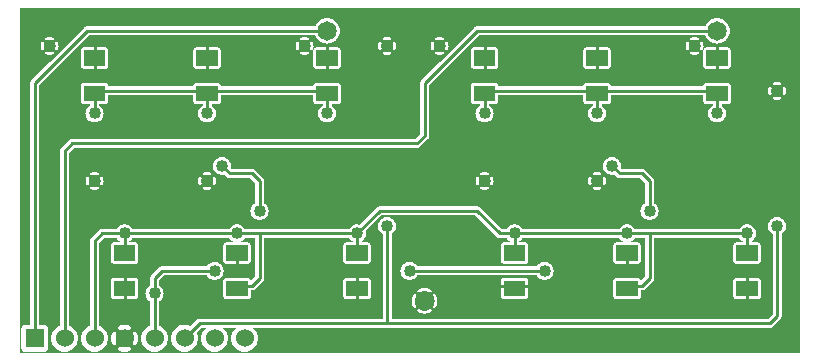
<source format=gbl>
G04 start of page 3 for group 1 idx 4 *
G04 Title: 26.006.02.01.01, bottom *
G04 Creator: pcb 4.1.2 *
G04 CreationDate: Sat Aug 11 09:36:18 2018 UTC *
G04 For: bert *
G04 Format: Gerber/RS-274X *
G04 PCB-Dimensions (mil): 2600.00 1150.00 *
G04 PCB-Coordinate-Origin: lower left *
%MOIN*%
%FSLAX25Y25*%
%LNGBL*%
%ADD27C,0.0460*%
%ADD26C,0.0380*%
%ADD25C,0.0200*%
%ADD24C,0.0400*%
%ADD23C,0.0650*%
%ADD22C,0.0600*%
%ADD21C,0.0100*%
%ADD20C,0.0001*%
G54D20*G36*
X203745Y37269D02*X203866Y37319D01*
X204269Y37565D01*
X204628Y37872D01*
X204935Y38231D01*
X205099Y38500D01*
X208500D01*
Y25621D01*
X207034Y24155D01*
X207034Y24311D01*
X206997Y24464D01*
X206937Y24609D01*
X206855Y24744D01*
X206752Y24863D01*
X206633Y24966D01*
X206498Y25048D01*
X206353Y25108D01*
X206200Y25145D01*
X206043Y25154D01*
X203745Y25151D01*
Y29852D01*
X206200Y29855D01*
X206353Y29892D01*
X206498Y29952D01*
X206633Y30034D01*
X206752Y30137D01*
X206855Y30256D01*
X206937Y30391D01*
X206997Y30536D01*
X207034Y30689D01*
X207043Y30846D01*
X207034Y36121D01*
X206997Y36274D01*
X206937Y36419D01*
X206855Y36554D01*
X206752Y36673D01*
X206633Y36776D01*
X206498Y36858D01*
X206353Y36918D01*
X206200Y36955D01*
X206043Y36964D01*
X203745Y36961D01*
Y37269D01*
G37*
G36*
X254909Y115000D02*X260000D01*
Y0D01*
X254909D01*
Y40701D01*
X254935Y40731D01*
X255181Y41134D01*
X255362Y41570D01*
X255472Y42029D01*
X255500Y42500D01*
X255472Y42971D01*
X255362Y43430D01*
X255181Y43866D01*
X254935Y44269D01*
X254909Y44299D01*
Y86069D01*
X254937Y86073D01*
X255012Y86098D01*
X255082Y86134D01*
X255145Y86181D01*
X255200Y86237D01*
X255246Y86301D01*
X255280Y86372D01*
X255379Y86644D01*
X255448Y86925D01*
X255490Y87211D01*
X255503Y87500D01*
X255490Y87789D01*
X255448Y88075D01*
X255379Y88356D01*
X255283Y88629D01*
X255248Y88700D01*
X255202Y88764D01*
X255147Y88821D01*
X255083Y88868D01*
X255013Y88904D01*
X254938Y88929D01*
X254909Y88934D01*
Y115000D01*
G37*
G36*
Y0D02*X252501D01*
Y10380D01*
X253519Y11398D01*
X253564Y11436D01*
X253717Y11615D01*
X253717Y11616D01*
X253841Y11817D01*
X253931Y12035D01*
X253986Y12265D01*
X254005Y12500D01*
X254000Y12559D01*
Y39901D01*
X254269Y40065D01*
X254628Y40372D01*
X254909Y40701D01*
Y0D01*
G37*
G36*
X252501Y115000D02*X254909D01*
Y88934D01*
X254860Y88942D01*
X254781Y88942D01*
X254703Y88931D01*
X254627Y88907D01*
X254556Y88871D01*
X254492Y88825D01*
X254436Y88770D01*
X254389Y88706D01*
X254353Y88636D01*
X254328Y88561D01*
X254315Y88483D01*
X254314Y88404D01*
X254326Y88326D01*
X254351Y88251D01*
X254417Y88070D01*
X254463Y87883D01*
X254491Y87692D01*
X254500Y87500D01*
X254491Y87308D01*
X254463Y87117D01*
X254417Y86930D01*
X254353Y86748D01*
X254328Y86674D01*
X254316Y86596D01*
X254317Y86517D01*
X254330Y86440D01*
X254355Y86365D01*
X254391Y86295D01*
X254438Y86232D01*
X254494Y86176D01*
X254558Y86131D01*
X254628Y86095D01*
X254703Y86072D01*
X254781Y86060D01*
X254860Y86060D01*
X254909Y86069D01*
Y44299D01*
X254628Y44628D01*
X254269Y44935D01*
X253866Y45181D01*
X253430Y45362D01*
X252971Y45472D01*
X252501Y45509D01*
Y84497D01*
X252789Y84510D01*
X253075Y84552D01*
X253356Y84621D01*
X253629Y84717D01*
X253700Y84752D01*
X253764Y84798D01*
X253821Y84853D01*
X253868Y84917D01*
X253904Y84987D01*
X253929Y85062D01*
X253942Y85140D01*
X253942Y85219D01*
X253931Y85297D01*
X253907Y85373D01*
X253871Y85444D01*
X253825Y85508D01*
X253770Y85564D01*
X253706Y85611D01*
X253636Y85647D01*
X253561Y85672D01*
X253483Y85685D01*
X253404Y85686D01*
X253326Y85674D01*
X253251Y85649D01*
X253070Y85583D01*
X252883Y85537D01*
X252692Y85509D01*
X252501Y85500D01*
Y89500D01*
X252692Y89491D01*
X252883Y89463D01*
X253070Y89417D01*
X253252Y89353D01*
X253326Y89328D01*
X253404Y89316D01*
X253483Y89317D01*
X253560Y89330D01*
X253635Y89355D01*
X253705Y89391D01*
X253768Y89438D01*
X253824Y89494D01*
X253869Y89558D01*
X253905Y89628D01*
X253928Y89703D01*
X253940Y89781D01*
X253940Y89860D01*
X253927Y89937D01*
X253902Y90012D01*
X253866Y90082D01*
X253819Y90145D01*
X253763Y90200D01*
X253699Y90246D01*
X253628Y90280D01*
X253356Y90379D01*
X253075Y90448D01*
X252789Y90490D01*
X252501Y90503D01*
Y115000D01*
G37*
G36*
Y0D02*X203745D01*
Y8500D01*
X249941D01*
X250000Y8495D01*
X250235Y8514D01*
X250235Y8514D01*
X250465Y8569D01*
X250683Y8659D01*
X250884Y8783D01*
X251064Y8936D01*
X251102Y8981D01*
X252501Y10380D01*
Y0D01*
G37*
G36*
X250091Y40701D02*X250372Y40372D01*
X250731Y40065D01*
X251000Y39901D01*
Y13121D01*
X250091Y12213D01*
Y40701D01*
G37*
G36*
Y115000D02*X252501D01*
Y90503D01*
X252500Y90503D01*
X252211Y90490D01*
X251925Y90448D01*
X251644Y90379D01*
X251371Y90283D01*
X251300Y90248D01*
X251236Y90202D01*
X251179Y90147D01*
X251132Y90083D01*
X251096Y90013D01*
X251071Y89938D01*
X251058Y89860D01*
X251058Y89781D01*
X251069Y89703D01*
X251093Y89627D01*
X251129Y89556D01*
X251175Y89492D01*
X251230Y89436D01*
X251294Y89389D01*
X251364Y89353D01*
X251439Y89328D01*
X251517Y89315D01*
X251596Y89314D01*
X251674Y89326D01*
X251749Y89351D01*
X251930Y89417D01*
X252117Y89463D01*
X252308Y89491D01*
X252500Y89500D01*
X252501Y89500D01*
Y85500D01*
X252500Y85500D01*
X252308Y85509D01*
X252117Y85537D01*
X251930Y85583D01*
X251748Y85647D01*
X251674Y85672D01*
X251596Y85684D01*
X251517Y85683D01*
X251440Y85670D01*
X251365Y85645D01*
X251295Y85609D01*
X251232Y85562D01*
X251176Y85506D01*
X251131Y85442D01*
X251095Y85372D01*
X251072Y85297D01*
X251060Y85219D01*
X251060Y85140D01*
X251073Y85063D01*
X251098Y84988D01*
X251134Y84918D01*
X251181Y84855D01*
X251237Y84800D01*
X251301Y84754D01*
X251372Y84720D01*
X251644Y84621D01*
X251925Y84552D01*
X252211Y84510D01*
X252500Y84497D01*
X252501Y84497D01*
Y45509D01*
X252500Y45509D01*
X252029Y45472D01*
X251570Y45362D01*
X251134Y45181D01*
X250731Y44935D01*
X250372Y44628D01*
X250091Y44299D01*
Y86066D01*
X250140Y86058D01*
X250219Y86058D01*
X250297Y86069D01*
X250373Y86093D01*
X250444Y86129D01*
X250508Y86175D01*
X250564Y86230D01*
X250611Y86294D01*
X250647Y86364D01*
X250672Y86439D01*
X250685Y86517D01*
X250686Y86596D01*
X250674Y86674D01*
X250649Y86749D01*
X250583Y86930D01*
X250537Y87117D01*
X250509Y87308D01*
X250500Y87500D01*
X250509Y87692D01*
X250537Y87883D01*
X250583Y88070D01*
X250647Y88252D01*
X250672Y88326D01*
X250684Y88404D01*
X250683Y88483D01*
X250670Y88560D01*
X250645Y88635D01*
X250609Y88705D01*
X250562Y88768D01*
X250506Y88824D01*
X250442Y88869D01*
X250372Y88905D01*
X250297Y88928D01*
X250219Y88940D01*
X250140Y88940D01*
X250091Y88931D01*
Y115000D01*
G37*
G36*
X242500D02*X250091D01*
Y88931D01*
X250063Y88927D01*
X249988Y88902D01*
X249918Y88866D01*
X249855Y88819D01*
X249800Y88763D01*
X249754Y88699D01*
X249720Y88628D01*
X249621Y88356D01*
X249552Y88075D01*
X249510Y87789D01*
X249497Y87500D01*
X249510Y87211D01*
X249552Y86925D01*
X249621Y86644D01*
X249717Y86371D01*
X249752Y86300D01*
X249798Y86236D01*
X249853Y86179D01*
X249917Y86132D01*
X249987Y86096D01*
X250062Y86071D01*
X250091Y86066D01*
Y44299D01*
X250065Y44269D01*
X249819Y43866D01*
X249638Y43430D01*
X249528Y42971D01*
X249491Y42500D01*
X249528Y42029D01*
X249638Y41570D01*
X249819Y41134D01*
X250065Y40731D01*
X250091Y40701D01*
Y12213D01*
X249379Y11500D01*
X242500D01*
Y18041D01*
X246200Y18045D01*
X246353Y18082D01*
X246498Y18142D01*
X246633Y18224D01*
X246752Y18327D01*
X246855Y18446D01*
X246937Y18581D01*
X246997Y18726D01*
X247034Y18879D01*
X247043Y19036D01*
X247034Y24311D01*
X246997Y24464D01*
X246937Y24609D01*
X246855Y24744D01*
X246752Y24863D01*
X246633Y24966D01*
X246498Y25048D01*
X246353Y25108D01*
X246200Y25145D01*
X246043Y25154D01*
X242500Y25149D01*
Y29851D01*
X246200Y29855D01*
X246353Y29892D01*
X246498Y29952D01*
X246633Y30034D01*
X246752Y30137D01*
X246855Y30256D01*
X246937Y30391D01*
X246997Y30536D01*
X247034Y30689D01*
X247043Y30846D01*
X247034Y36121D01*
X246997Y36274D01*
X246937Y36419D01*
X246855Y36554D01*
X246752Y36673D01*
X246633Y36776D01*
X246498Y36858D01*
X246353Y36918D01*
X246200Y36955D01*
X246043Y36964D01*
X244000Y36961D01*
Y37401D01*
X244269Y37565D01*
X244628Y37872D01*
X244935Y38231D01*
X245181Y38634D01*
X245362Y39070D01*
X245472Y39529D01*
X245500Y40000D01*
X245472Y40471D01*
X245362Y40930D01*
X245181Y41366D01*
X244935Y41769D01*
X244628Y42128D01*
X244269Y42435D01*
X243866Y42681D01*
X243430Y42862D01*
X242971Y42972D01*
X242500Y43009D01*
Y115000D01*
G37*
G36*
Y11500D02*X227409D01*
Y38500D01*
X239901D01*
X240065Y38231D01*
X240372Y37872D01*
X240731Y37565D01*
X241000Y37401D01*
Y36958D01*
X238800Y36955D01*
X238647Y36918D01*
X238502Y36858D01*
X238367Y36776D01*
X238248Y36673D01*
X238145Y36554D01*
X238063Y36419D01*
X238003Y36274D01*
X237966Y36121D01*
X237957Y35964D01*
X237966Y30689D01*
X238003Y30536D01*
X238063Y30391D01*
X238145Y30256D01*
X238248Y30137D01*
X238367Y30034D01*
X238502Y29952D01*
X238647Y29892D01*
X238800Y29855D01*
X238957Y29846D01*
X242500Y29851D01*
Y25149D01*
X238800Y25145D01*
X238647Y25108D01*
X238502Y25048D01*
X238367Y24966D01*
X238248Y24863D01*
X238145Y24744D01*
X238063Y24609D01*
X238003Y24464D01*
X237966Y24311D01*
X237957Y24154D01*
X237966Y18879D01*
X238003Y18726D01*
X238063Y18581D01*
X238145Y18446D01*
X238248Y18327D01*
X238367Y18224D01*
X238502Y18142D01*
X238647Y18082D01*
X238800Y18045D01*
X238957Y18036D01*
X242500Y18041D01*
Y11500D01*
G37*
G36*
X232500Y115000D02*X242500D01*
Y43009D01*
X242029Y42972D01*
X241570Y42862D01*
X241134Y42681D01*
X240731Y42435D01*
X240372Y42128D01*
X240065Y41769D01*
X239901Y41500D01*
X232500D01*
Y76991D01*
X232971Y77028D01*
X233430Y77138D01*
X233866Y77319D01*
X234269Y77565D01*
X234628Y77872D01*
X234935Y78231D01*
X235181Y78634D01*
X235362Y79070D01*
X235472Y79529D01*
X235500Y80000D01*
X235472Y80471D01*
X235362Y80930D01*
X235181Y81366D01*
X234935Y81769D01*
X234628Y82128D01*
X234269Y82435D01*
X234000Y82599D01*
Y83042D01*
X236200Y83045D01*
X236353Y83082D01*
X236498Y83142D01*
X236633Y83224D01*
X236752Y83327D01*
X236855Y83446D01*
X236937Y83581D01*
X236997Y83726D01*
X237034Y83879D01*
X237043Y84036D01*
X237034Y89311D01*
X236997Y89464D01*
X236937Y89609D01*
X236855Y89744D01*
X236752Y89863D01*
X236633Y89966D01*
X236498Y90048D01*
X236353Y90108D01*
X236200Y90145D01*
X236043Y90154D01*
X232500Y90149D01*
Y94851D01*
X236200Y94855D01*
X236353Y94892D01*
X236498Y94952D01*
X236633Y95034D01*
X236752Y95137D01*
X236855Y95256D01*
X236937Y95391D01*
X236997Y95536D01*
X237034Y95689D01*
X237043Y95846D01*
X237034Y101121D01*
X236997Y101274D01*
X236937Y101419D01*
X236855Y101554D01*
X236752Y101673D01*
X236633Y101776D01*
X236498Y101858D01*
X236353Y101918D01*
X236200Y101955D01*
X236043Y101964D01*
X232500Y101959D01*
Y103237D01*
X233167Y103289D01*
X233817Y103446D01*
X234435Y103702D01*
X235006Y104051D01*
X235514Y104486D01*
X235949Y104994D01*
X236298Y105565D01*
X236554Y106183D01*
X236711Y106833D01*
X236750Y107500D01*
X236711Y108167D01*
X236554Y108817D01*
X236298Y109435D01*
X235949Y110006D01*
X235514Y110514D01*
X235006Y110949D01*
X234435Y111298D01*
X233817Y111554D01*
X233167Y111711D01*
X232500Y111763D01*
Y115000D01*
G37*
G36*
Y90149D02*X228800Y90145D01*
X228647Y90108D01*
X228502Y90048D01*
X228367Y89966D01*
X228248Y89863D01*
X228145Y89744D01*
X228063Y89609D01*
X228003Y89464D01*
X227966Y89311D01*
X227957Y89154D01*
X227957Y89000D01*
X227409D01*
Y101069D01*
X227437Y101073D01*
X227512Y101098D01*
X227582Y101134D01*
X227645Y101181D01*
X227700Y101237D01*
X227746Y101301D01*
X227780Y101372D01*
X227879Y101644D01*
X227948Y101925D01*
X227990Y102211D01*
X228003Y102500D01*
X227990Y102789D01*
X227948Y103075D01*
X227879Y103356D01*
X227783Y103629D01*
X227748Y103700D01*
X227702Y103764D01*
X227647Y103821D01*
X227583Y103868D01*
X227513Y103904D01*
X227438Y103929D01*
X227409Y103934D01*
Y106000D01*
X228521D01*
X228702Y105565D01*
X229051Y104994D01*
X229486Y104486D01*
X229994Y104051D01*
X230565Y103702D01*
X231183Y103446D01*
X231833Y103289D01*
X232500Y103237D01*
Y101959D01*
X228800Y101955D01*
X228647Y101918D01*
X228502Y101858D01*
X228367Y101776D01*
X228248Y101673D01*
X228145Y101554D01*
X228063Y101419D01*
X228003Y101274D01*
X227966Y101121D01*
X227957Y100964D01*
X227966Y95689D01*
X228003Y95536D01*
X228063Y95391D01*
X228145Y95256D01*
X228248Y95137D01*
X228367Y95034D01*
X228502Y94952D01*
X228647Y94892D01*
X228800Y94855D01*
X228957Y94846D01*
X232500Y94851D01*
Y90149D01*
G37*
G36*
Y41500D02*X227409D01*
Y86000D01*
X227963D01*
X227966Y83879D01*
X228003Y83726D01*
X228063Y83581D01*
X228145Y83446D01*
X228248Y83327D01*
X228367Y83224D01*
X228502Y83142D01*
X228647Y83082D01*
X228800Y83045D01*
X228957Y83036D01*
X231000Y83039D01*
Y82599D01*
X230731Y82435D01*
X230372Y82128D01*
X230065Y81769D01*
X229819Y81366D01*
X229638Y80930D01*
X229528Y80471D01*
X229491Y80000D01*
X229528Y79529D01*
X229638Y79070D01*
X229819Y78634D01*
X230065Y78231D01*
X230372Y77872D01*
X230731Y77565D01*
X231134Y77319D01*
X231570Y77138D01*
X232029Y77028D01*
X232500Y76991D01*
Y41500D01*
G37*
G36*
X227409Y115000D02*X232500D01*
Y111763D01*
X231833Y111711D01*
X231183Y111554D01*
X230565Y111298D01*
X229994Y110949D01*
X229486Y110514D01*
X229051Y110006D01*
X228702Y109435D01*
X228521Y109000D01*
X227409D01*
Y115000D01*
G37*
G36*
Y89000D02*X225001D01*
Y99497D01*
X225289Y99510D01*
X225575Y99552D01*
X225856Y99621D01*
X226129Y99717D01*
X226200Y99752D01*
X226264Y99798D01*
X226321Y99853D01*
X226368Y99917D01*
X226404Y99987D01*
X226429Y100062D01*
X226442Y100140D01*
X226442Y100219D01*
X226431Y100297D01*
X226407Y100373D01*
X226371Y100444D01*
X226325Y100508D01*
X226270Y100564D01*
X226206Y100611D01*
X226136Y100647D01*
X226061Y100672D01*
X225983Y100685D01*
X225904Y100686D01*
X225826Y100674D01*
X225751Y100649D01*
X225570Y100583D01*
X225383Y100537D01*
X225192Y100509D01*
X225001Y100500D01*
Y104500D01*
X225192Y104491D01*
X225383Y104463D01*
X225570Y104417D01*
X225752Y104353D01*
X225826Y104328D01*
X225904Y104316D01*
X225983Y104317D01*
X226060Y104330D01*
X226135Y104355D01*
X226205Y104391D01*
X226268Y104438D01*
X226324Y104494D01*
X226369Y104558D01*
X226405Y104628D01*
X226428Y104703D01*
X226440Y104781D01*
X226440Y104860D01*
X226427Y104937D01*
X226402Y105012D01*
X226366Y105082D01*
X226319Y105145D01*
X226263Y105200D01*
X226199Y105246D01*
X226128Y105280D01*
X225856Y105379D01*
X225575Y105448D01*
X225289Y105490D01*
X225001Y105503D01*
Y106000D01*
X227409D01*
Y103934D01*
X227360Y103942D01*
X227281Y103942D01*
X227203Y103931D01*
X227127Y103907D01*
X227056Y103871D01*
X226992Y103825D01*
X226936Y103770D01*
X226889Y103706D01*
X226853Y103636D01*
X226828Y103561D01*
X226815Y103483D01*
X226814Y103404D01*
X226826Y103326D01*
X226851Y103251D01*
X226917Y103070D01*
X226963Y102883D01*
X226991Y102692D01*
X227000Y102500D01*
X226991Y102308D01*
X226963Y102117D01*
X226917Y101930D01*
X226853Y101748D01*
X226828Y101674D01*
X226816Y101596D01*
X226817Y101517D01*
X226830Y101440D01*
X226855Y101365D01*
X226891Y101295D01*
X226938Y101232D01*
X226994Y101176D01*
X227058Y101131D01*
X227128Y101095D01*
X227203Y101072D01*
X227281Y101060D01*
X227360Y101060D01*
X227409Y101069D01*
Y89000D01*
G37*
G36*
Y41500D02*X225001D01*
Y86000D01*
X227409D01*
Y41500D01*
G37*
G36*
Y11500D02*X225001D01*
Y38500D01*
X227409D01*
Y11500D01*
G37*
G36*
X225001Y115000D02*X227409D01*
Y109000D01*
X225001D01*
Y115000D01*
G37*
G36*
Y89000D02*X222591D01*
Y101066D01*
X222640Y101058D01*
X222719Y101058D01*
X222797Y101069D01*
X222873Y101093D01*
X222944Y101129D01*
X223008Y101175D01*
X223064Y101230D01*
X223111Y101294D01*
X223147Y101364D01*
X223172Y101439D01*
X223185Y101517D01*
X223186Y101596D01*
X223174Y101674D01*
X223149Y101749D01*
X223083Y101930D01*
X223037Y102117D01*
X223009Y102308D01*
X223000Y102500D01*
X223009Y102692D01*
X223037Y102883D01*
X223083Y103070D01*
X223147Y103252D01*
X223172Y103326D01*
X223184Y103404D01*
X223183Y103483D01*
X223170Y103560D01*
X223145Y103635D01*
X223109Y103705D01*
X223062Y103768D01*
X223006Y103824D01*
X222942Y103869D01*
X222872Y103905D01*
X222797Y103928D01*
X222719Y103940D01*
X222640Y103940D01*
X222591Y103931D01*
Y106000D01*
X225001D01*
Y105503D01*
X225000Y105503D01*
X224711Y105490D01*
X224425Y105448D01*
X224144Y105379D01*
X223871Y105283D01*
X223800Y105248D01*
X223736Y105202D01*
X223679Y105147D01*
X223632Y105083D01*
X223596Y105013D01*
X223571Y104938D01*
X223558Y104860D01*
X223558Y104781D01*
X223569Y104703D01*
X223593Y104627D01*
X223629Y104556D01*
X223675Y104492D01*
X223730Y104436D01*
X223794Y104389D01*
X223864Y104353D01*
X223939Y104328D01*
X224017Y104315D01*
X224096Y104314D01*
X224174Y104326D01*
X224249Y104351D01*
X224430Y104417D01*
X224617Y104463D01*
X224808Y104491D01*
X225000Y104500D01*
X225001Y104500D01*
Y100500D01*
X225000Y100500D01*
X224808Y100509D01*
X224617Y100537D01*
X224430Y100583D01*
X224248Y100647D01*
X224174Y100672D01*
X224096Y100684D01*
X224017Y100683D01*
X223940Y100670D01*
X223865Y100645D01*
X223795Y100609D01*
X223732Y100562D01*
X223676Y100506D01*
X223631Y100442D01*
X223595Y100372D01*
X223572Y100297D01*
X223560Y100219D01*
X223560Y100140D01*
X223573Y100063D01*
X223598Y99988D01*
X223634Y99918D01*
X223681Y99855D01*
X223737Y99800D01*
X223801Y99754D01*
X223872Y99720D01*
X224144Y99621D01*
X224425Y99552D01*
X224711Y99510D01*
X225000Y99497D01*
X225001Y99497D01*
Y89000D01*
G37*
G36*
X222591D02*X203745D01*
Y106000D01*
X222591D01*
Y103931D01*
X222563Y103927D01*
X222488Y103902D01*
X222418Y103866D01*
X222355Y103819D01*
X222300Y103763D01*
X222254Y103699D01*
X222220Y103628D01*
X222121Y103356D01*
X222052Y103075D01*
X222010Y102789D01*
X221997Y102500D01*
X222010Y102211D01*
X222052Y101925D01*
X222121Y101644D01*
X222217Y101371D01*
X222252Y101300D01*
X222298Y101236D01*
X222353Y101179D01*
X222417Y101132D01*
X222487Y101096D01*
X222562Y101071D01*
X222591Y101066D01*
Y89000D01*
G37*
G36*
X225001Y41500D02*X210059D01*
X210000Y41505D01*
X209941Y41500D01*
X205099D01*
X204935Y41769D01*
X204628Y42128D01*
X204269Y42435D01*
X203866Y42681D01*
X203745Y42731D01*
Y58500D01*
X206879D01*
X208500Y56879D01*
Y50099D01*
X208231Y49935D01*
X207872Y49628D01*
X207565Y49269D01*
X207319Y48866D01*
X207138Y48430D01*
X207028Y47971D01*
X206991Y47500D01*
X207028Y47029D01*
X207138Y46570D01*
X207319Y46134D01*
X207565Y45731D01*
X207872Y45372D01*
X208231Y45065D01*
X208634Y44819D01*
X209070Y44638D01*
X209529Y44528D01*
X210000Y44491D01*
X210471Y44528D01*
X210930Y44638D01*
X211366Y44819D01*
X211769Y45065D01*
X212128Y45372D01*
X212435Y45731D01*
X212681Y46134D01*
X212862Y46570D01*
X212972Y47029D01*
X213000Y47500D01*
X212972Y47971D01*
X212862Y48430D01*
X212681Y48866D01*
X212435Y49269D01*
X212128Y49628D01*
X211769Y49935D01*
X211500Y50099D01*
Y57441D01*
X211505Y57500D01*
X211486Y57735D01*
X211431Y57965D01*
X211341Y58183D01*
X211217Y58384D01*
X211064Y58564D01*
X211019Y58602D01*
X208602Y61019D01*
X208564Y61064D01*
X208384Y61217D01*
X208183Y61341D01*
X207965Y61431D01*
X207735Y61486D01*
X207500Y61505D01*
X207441Y61500D01*
X203745D01*
Y86000D01*
X225001D01*
Y41500D01*
G37*
G36*
Y11500D02*X203745D01*
Y18042D01*
X206200Y18045D01*
X206353Y18082D01*
X206498Y18142D01*
X206633Y18224D01*
X206752Y18327D01*
X206855Y18446D01*
X206937Y18581D01*
X206997Y18726D01*
X207034Y18879D01*
X207043Y19036D01*
X207040Y21000D01*
X207441D01*
X207500Y20995D01*
X207735Y21014D01*
X207735Y21014D01*
X207965Y21069D01*
X208183Y21159D01*
X208384Y21283D01*
X208564Y21436D01*
X208602Y21481D01*
X211019Y23898D01*
X211064Y23936D01*
X211217Y24115D01*
X211217Y24116D01*
X211341Y24317D01*
X211431Y24535D01*
X211486Y24765D01*
X211505Y25000D01*
X211500Y25059D01*
Y38500D01*
X225001D01*
Y11500D01*
G37*
G36*
X203745Y115000D02*X225001D01*
Y109000D01*
X203745D01*
Y115000D01*
G37*
G36*
X192500Y106000D02*X203745D01*
Y89000D01*
X197034D01*
X197034Y89311D01*
X196997Y89464D01*
X196937Y89609D01*
X196855Y89744D01*
X196752Y89863D01*
X196633Y89966D01*
X196498Y90048D01*
X196353Y90108D01*
X196200Y90145D01*
X196043Y90154D01*
X192500Y90149D01*
Y94851D01*
X196200Y94855D01*
X196353Y94892D01*
X196498Y94952D01*
X196633Y95034D01*
X196752Y95137D01*
X196855Y95256D01*
X196937Y95391D01*
X196997Y95536D01*
X197034Y95689D01*
X197043Y95846D01*
X197034Y101121D01*
X196997Y101274D01*
X196937Y101419D01*
X196855Y101554D01*
X196752Y101673D01*
X196633Y101776D01*
X196498Y101858D01*
X196353Y101918D01*
X196200Y101955D01*
X196043Y101964D01*
X192500Y101959D01*
Y106000D01*
G37*
G36*
X155001D02*X192500D01*
Y101959D01*
X188800Y101955D01*
X188647Y101918D01*
X188502Y101858D01*
X188367Y101776D01*
X188248Y101673D01*
X188145Y101554D01*
X188063Y101419D01*
X188003Y101274D01*
X187966Y101121D01*
X187957Y100964D01*
X187966Y95689D01*
X188003Y95536D01*
X188063Y95391D01*
X188145Y95256D01*
X188248Y95137D01*
X188367Y95034D01*
X188502Y94952D01*
X188647Y94892D01*
X188800Y94855D01*
X188957Y94846D01*
X192500Y94851D01*
Y90149D01*
X188800Y90145D01*
X188647Y90108D01*
X188502Y90048D01*
X188367Y89966D01*
X188248Y89863D01*
X188145Y89744D01*
X188063Y89609D01*
X188003Y89464D01*
X187966Y89311D01*
X187957Y89154D01*
X187957Y89000D01*
X159534D01*
X159534Y89311D01*
X159497Y89464D01*
X159437Y89609D01*
X159355Y89744D01*
X159252Y89863D01*
X159133Y89966D01*
X158998Y90048D01*
X158853Y90108D01*
X158700Y90145D01*
X158543Y90154D01*
X155001Y90149D01*
Y94851D01*
X158700Y94855D01*
X158853Y94892D01*
X158998Y94952D01*
X159133Y95034D01*
X159252Y95137D01*
X159355Y95256D01*
X159437Y95391D01*
X159497Y95536D01*
X159534Y95689D01*
X159543Y95846D01*
X159534Y101121D01*
X159497Y101274D01*
X159437Y101419D01*
X159355Y101554D01*
X159252Y101673D01*
X159133Y101776D01*
X158998Y101858D01*
X158853Y101918D01*
X158700Y101955D01*
X158543Y101964D01*
X155001Y101959D01*
Y106000D01*
G37*
G36*
X194909Y78201D02*X194935Y78231D01*
X195181Y78634D01*
X195362Y79070D01*
X195472Y79529D01*
X195500Y80000D01*
X195472Y80471D01*
X195362Y80930D01*
X195181Y81366D01*
X194935Y81769D01*
X194909Y81799D01*
Y83044D01*
X196200Y83045D01*
X196353Y83082D01*
X196498Y83142D01*
X196633Y83224D01*
X196752Y83327D01*
X196855Y83446D01*
X196937Y83581D01*
X196997Y83726D01*
X197034Y83879D01*
X197043Y84036D01*
X197040Y86000D01*
X203745D01*
Y61500D01*
X200621D01*
X200399Y61723D01*
X200472Y62029D01*
X200500Y62500D01*
X200472Y62971D01*
X200362Y63430D01*
X200181Y63866D01*
X199935Y64269D01*
X199628Y64628D01*
X199269Y64935D01*
X198866Y65181D01*
X198430Y65362D01*
X197971Y65472D01*
X197500Y65509D01*
X197029Y65472D01*
X196570Y65362D01*
X196134Y65181D01*
X195731Y64935D01*
X195372Y64628D01*
X195065Y64269D01*
X194909Y64013D01*
Y78201D01*
G37*
G36*
X203745Y42731D02*X203430Y42862D01*
X202971Y42972D01*
X202500Y43009D01*
X202029Y42972D01*
X201570Y42862D01*
X201134Y42681D01*
X200731Y42435D01*
X200372Y42128D01*
X200065Y41769D01*
X199901Y41500D01*
X194909D01*
Y56069D01*
X194937Y56073D01*
X195012Y56098D01*
X195082Y56134D01*
X195145Y56181D01*
X195200Y56237D01*
X195246Y56301D01*
X195280Y56372D01*
X195379Y56644D01*
X195448Y56925D01*
X195490Y57211D01*
X195503Y57500D01*
X195490Y57789D01*
X195448Y58075D01*
X195379Y58356D01*
X195283Y58629D01*
X195248Y58700D01*
X195202Y58764D01*
X195147Y58821D01*
X195083Y58868D01*
X195013Y58904D01*
X194938Y58929D01*
X194909Y58934D01*
Y60987D01*
X195065Y60731D01*
X195372Y60372D01*
X195731Y60065D01*
X196134Y59819D01*
X196570Y59638D01*
X197029Y59528D01*
X197500Y59491D01*
X197971Y59528D01*
X198277Y59601D01*
X198898Y58981D01*
X198936Y58936D01*
X199116Y58783D01*
X199317Y58659D01*
X199535Y58569D01*
X199765Y58514D01*
X200000Y58495D01*
X200059Y58500D01*
X203745D01*
Y42731D01*
G37*
G36*
X194909Y81799D02*X194628Y82128D01*
X194269Y82435D01*
X194000Y82599D01*
Y83042D01*
X194909Y83044D01*
Y81799D01*
G37*
G36*
Y41500D02*X192501D01*
Y54497D01*
X192789Y54510D01*
X193075Y54552D01*
X193356Y54621D01*
X193629Y54717D01*
X193700Y54752D01*
X193764Y54798D01*
X193821Y54853D01*
X193868Y54917D01*
X193904Y54987D01*
X193929Y55062D01*
X193942Y55140D01*
X193942Y55219D01*
X193931Y55297D01*
X193907Y55373D01*
X193871Y55444D01*
X193825Y55508D01*
X193770Y55564D01*
X193706Y55611D01*
X193636Y55647D01*
X193561Y55672D01*
X193483Y55685D01*
X193404Y55686D01*
X193326Y55674D01*
X193251Y55649D01*
X193070Y55583D01*
X192883Y55537D01*
X192692Y55509D01*
X192501Y55500D01*
Y59500D01*
X192692Y59491D01*
X192883Y59463D01*
X193070Y59417D01*
X193252Y59353D01*
X193326Y59328D01*
X193404Y59316D01*
X193483Y59317D01*
X193560Y59330D01*
X193635Y59355D01*
X193705Y59391D01*
X193768Y59438D01*
X193824Y59494D01*
X193869Y59558D01*
X193905Y59628D01*
X193928Y59703D01*
X193940Y59781D01*
X193940Y59860D01*
X193927Y59937D01*
X193902Y60012D01*
X193866Y60082D01*
X193819Y60145D01*
X193763Y60200D01*
X193699Y60246D01*
X193628Y60280D01*
X193356Y60379D01*
X193075Y60448D01*
X192789Y60490D01*
X192501Y60503D01*
Y76991D01*
X192971Y77028D01*
X193430Y77138D01*
X193866Y77319D01*
X194269Y77565D01*
X194628Y77872D01*
X194909Y78201D01*
Y64013D01*
X194819Y63866D01*
X194638Y63430D01*
X194528Y62971D01*
X194491Y62500D01*
X194528Y62029D01*
X194638Y61570D01*
X194819Y61134D01*
X194909Y60987D01*
Y58934D01*
X194860Y58942D01*
X194781Y58942D01*
X194703Y58931D01*
X194627Y58907D01*
X194556Y58871D01*
X194492Y58825D01*
X194436Y58770D01*
X194389Y58706D01*
X194353Y58636D01*
X194328Y58561D01*
X194315Y58483D01*
X194314Y58404D01*
X194326Y58326D01*
X194351Y58251D01*
X194417Y58070D01*
X194463Y57883D01*
X194491Y57692D01*
X194500Y57500D01*
X194491Y57308D01*
X194463Y57117D01*
X194417Y56930D01*
X194353Y56748D01*
X194328Y56674D01*
X194316Y56596D01*
X194317Y56517D01*
X194330Y56440D01*
X194355Y56365D01*
X194391Y56295D01*
X194438Y56232D01*
X194494Y56176D01*
X194558Y56131D01*
X194628Y56095D01*
X194703Y56072D01*
X194781Y56060D01*
X194860Y56060D01*
X194909Y56069D01*
Y41500D01*
G37*
G36*
X190091Y83037D02*X191000Y83039D01*
Y82599D01*
X190731Y82435D01*
X190372Y82128D01*
X190091Y81799D01*
Y83037D01*
G37*
G36*
X192501Y41500D02*X190091D01*
Y56066D01*
X190140Y56058D01*
X190219Y56058D01*
X190297Y56069D01*
X190373Y56093D01*
X190444Y56129D01*
X190508Y56175D01*
X190564Y56230D01*
X190611Y56294D01*
X190647Y56364D01*
X190672Y56439D01*
X190685Y56517D01*
X190686Y56596D01*
X190674Y56674D01*
X190649Y56749D01*
X190583Y56930D01*
X190537Y57117D01*
X190509Y57308D01*
X190500Y57500D01*
X190509Y57692D01*
X190537Y57883D01*
X190583Y58070D01*
X190647Y58252D01*
X190672Y58326D01*
X190684Y58404D01*
X190683Y58483D01*
X190670Y58560D01*
X190645Y58635D01*
X190609Y58705D01*
X190562Y58768D01*
X190506Y58824D01*
X190442Y58869D01*
X190372Y58905D01*
X190297Y58928D01*
X190219Y58940D01*
X190140Y58940D01*
X190091Y58931D01*
Y78201D01*
X190372Y77872D01*
X190731Y77565D01*
X191134Y77319D01*
X191570Y77138D01*
X192029Y77028D01*
X192500Y76991D01*
X192501Y76991D01*
Y60503D01*
X192500Y60503D01*
X192211Y60490D01*
X191925Y60448D01*
X191644Y60379D01*
X191371Y60283D01*
X191300Y60248D01*
X191236Y60202D01*
X191179Y60147D01*
X191132Y60083D01*
X191096Y60013D01*
X191071Y59938D01*
X191058Y59860D01*
X191058Y59781D01*
X191069Y59703D01*
X191093Y59627D01*
X191129Y59556D01*
X191175Y59492D01*
X191230Y59436D01*
X191294Y59389D01*
X191364Y59353D01*
X191439Y59328D01*
X191517Y59315D01*
X191596Y59314D01*
X191674Y59326D01*
X191749Y59351D01*
X191930Y59417D01*
X192117Y59463D01*
X192308Y59491D01*
X192500Y59500D01*
X192501Y59500D01*
Y55500D01*
X192500Y55500D01*
X192308Y55509D01*
X192117Y55537D01*
X191930Y55583D01*
X191748Y55647D01*
X191674Y55672D01*
X191596Y55684D01*
X191517Y55683D01*
X191440Y55670D01*
X191365Y55645D01*
X191295Y55609D01*
X191232Y55562D01*
X191176Y55506D01*
X191131Y55442D01*
X191095Y55372D01*
X191072Y55297D01*
X191060Y55219D01*
X191060Y55140D01*
X191073Y55063D01*
X191098Y54988D01*
X191134Y54918D01*
X191181Y54855D01*
X191237Y54800D01*
X191301Y54754D01*
X191372Y54720D01*
X191644Y54621D01*
X191925Y54552D01*
X192211Y54510D01*
X192500Y54497D01*
X192501Y54497D01*
Y41500D01*
G37*
G36*
X190091D02*X167599D01*
X167435Y41769D01*
X167128Y42128D01*
X166769Y42435D01*
X166366Y42681D01*
X165930Y42862D01*
X165471Y42972D01*
X165000Y43009D01*
X164529Y42972D01*
X164070Y42862D01*
X163634Y42681D01*
X163231Y42435D01*
X162872Y42128D01*
X162565Y41769D01*
X162401Y41500D01*
X160621D01*
X157409Y44713D01*
Y56069D01*
X157437Y56073D01*
X157512Y56098D01*
X157582Y56134D01*
X157645Y56181D01*
X157700Y56237D01*
X157746Y56301D01*
X157780Y56372D01*
X157879Y56644D01*
X157948Y56925D01*
X157990Y57211D01*
X158003Y57500D01*
X157990Y57789D01*
X157948Y58075D01*
X157879Y58356D01*
X157783Y58629D01*
X157748Y58700D01*
X157702Y58764D01*
X157647Y58821D01*
X157583Y58868D01*
X157513Y58904D01*
X157438Y58929D01*
X157409Y58934D01*
Y78201D01*
X157435Y78231D01*
X157681Y78634D01*
X157862Y79070D01*
X157972Y79529D01*
X158000Y80000D01*
X157972Y80471D01*
X157862Y80930D01*
X157681Y81366D01*
X157435Y81769D01*
X157409Y81799D01*
Y83044D01*
X158700Y83045D01*
X158853Y83082D01*
X158998Y83142D01*
X159133Y83224D01*
X159252Y83327D01*
X159355Y83446D01*
X159437Y83581D01*
X159497Y83726D01*
X159534Y83879D01*
X159543Y84036D01*
X159540Y86000D01*
X187963D01*
X187966Y83879D01*
X188003Y83726D01*
X188063Y83581D01*
X188145Y83446D01*
X188248Y83327D01*
X188367Y83224D01*
X188502Y83142D01*
X188647Y83082D01*
X188800Y83045D01*
X188957Y83036D01*
X190091Y83037D01*
Y81799D01*
X190065Y81769D01*
X189819Y81366D01*
X189638Y80930D01*
X189528Y80471D01*
X189491Y80000D01*
X189528Y79529D01*
X189638Y79070D01*
X189819Y78634D01*
X190065Y78231D01*
X190091Y78201D01*
Y58931D01*
X190063Y58927D01*
X189988Y58902D01*
X189918Y58866D01*
X189855Y58819D01*
X189800Y58763D01*
X189754Y58699D01*
X189720Y58628D01*
X189621Y58356D01*
X189552Y58075D01*
X189510Y57789D01*
X189497Y57500D01*
X189510Y57211D01*
X189552Y56925D01*
X189621Y56644D01*
X189717Y56371D01*
X189752Y56300D01*
X189798Y56236D01*
X189853Y56179D01*
X189917Y56132D01*
X189987Y56096D01*
X190062Y56071D01*
X190091Y56066D01*
Y41500D01*
G37*
G36*
X157409Y81799D02*X157128Y82128D01*
X156769Y82435D01*
X156500Y82599D01*
Y83042D01*
X157409Y83044D01*
Y81799D01*
G37*
G36*
Y44713D02*X155001Y47120D01*
Y54497D01*
X155289Y54510D01*
X155575Y54552D01*
X155856Y54621D01*
X156129Y54717D01*
X156200Y54752D01*
X156264Y54798D01*
X156321Y54853D01*
X156368Y54917D01*
X156404Y54987D01*
X156429Y55062D01*
X156442Y55140D01*
X156442Y55219D01*
X156431Y55297D01*
X156407Y55373D01*
X156371Y55444D01*
X156325Y55508D01*
X156270Y55564D01*
X156206Y55611D01*
X156136Y55647D01*
X156061Y55672D01*
X155983Y55685D01*
X155904Y55686D01*
X155826Y55674D01*
X155751Y55649D01*
X155570Y55583D01*
X155383Y55537D01*
X155192Y55509D01*
X155001Y55500D01*
Y59500D01*
X155192Y59491D01*
X155383Y59463D01*
X155570Y59417D01*
X155752Y59353D01*
X155826Y59328D01*
X155904Y59316D01*
X155983Y59317D01*
X156060Y59330D01*
X156135Y59355D01*
X156205Y59391D01*
X156268Y59438D01*
X156324Y59494D01*
X156369Y59558D01*
X156405Y59628D01*
X156428Y59703D01*
X156440Y59781D01*
X156440Y59860D01*
X156427Y59937D01*
X156402Y60012D01*
X156366Y60082D01*
X156319Y60145D01*
X156263Y60200D01*
X156199Y60246D01*
X156128Y60280D01*
X155856Y60379D01*
X155575Y60448D01*
X155289Y60490D01*
X155001Y60503D01*
Y76991D01*
X155471Y77028D01*
X155930Y77138D01*
X156366Y77319D01*
X156769Y77565D01*
X157128Y77872D01*
X157409Y78201D01*
Y58934D01*
X157360Y58942D01*
X157281Y58942D01*
X157203Y58931D01*
X157127Y58907D01*
X157056Y58871D01*
X156992Y58825D01*
X156936Y58770D01*
X156889Y58706D01*
X156853Y58636D01*
X156828Y58561D01*
X156815Y58483D01*
X156814Y58404D01*
X156826Y58326D01*
X156851Y58251D01*
X156917Y58070D01*
X156963Y57883D01*
X156991Y57692D01*
X157000Y57500D01*
X156991Y57308D01*
X156963Y57117D01*
X156917Y56930D01*
X156853Y56748D01*
X156828Y56674D01*
X156816Y56596D01*
X156817Y56517D01*
X156830Y56440D01*
X156855Y56365D01*
X156891Y56295D01*
X156938Y56232D01*
X156994Y56176D01*
X157058Y56131D01*
X157128Y56095D01*
X157203Y56072D01*
X157281Y56060D01*
X157360Y56060D01*
X157409Y56069D01*
Y44713D01*
G37*
G36*
X152591Y83037D02*X153500Y83039D01*
Y82599D01*
X153231Y82435D01*
X152872Y82128D01*
X152591Y81799D01*
Y83037D01*
G37*
G36*
Y94847D02*X155001Y94851D01*
Y90149D01*
X152591Y90146D01*
Y94847D01*
G37*
G36*
Y105470D02*X153121Y106000D01*
X155001D01*
Y101959D01*
X152591Y101956D01*
Y105470D01*
G37*
G36*
X155001Y47120D02*X153602Y48519D01*
X153564Y48564D01*
X153384Y48717D01*
X153183Y48841D01*
X152965Y48931D01*
X152735Y48986D01*
X152591Y48997D01*
Y56066D01*
X152640Y56058D01*
X152719Y56058D01*
X152797Y56069D01*
X152873Y56093D01*
X152944Y56129D01*
X153008Y56175D01*
X153064Y56230D01*
X153111Y56294D01*
X153147Y56364D01*
X153172Y56439D01*
X153185Y56517D01*
X153186Y56596D01*
X153174Y56674D01*
X153149Y56749D01*
X153083Y56930D01*
X153037Y57117D01*
X153009Y57308D01*
X153000Y57500D01*
X153009Y57692D01*
X153037Y57883D01*
X153083Y58070D01*
X153147Y58252D01*
X153172Y58326D01*
X153184Y58404D01*
X153183Y58483D01*
X153170Y58560D01*
X153145Y58635D01*
X153109Y58705D01*
X153062Y58768D01*
X153006Y58824D01*
X152942Y58869D01*
X152872Y58905D01*
X152797Y58928D01*
X152719Y58940D01*
X152640Y58940D01*
X152591Y58931D01*
Y78201D01*
X152872Y77872D01*
X153231Y77565D01*
X153634Y77319D01*
X154070Y77138D01*
X154529Y77028D01*
X155000Y76991D01*
X155001Y76991D01*
Y60503D01*
X155000Y60503D01*
X154711Y60490D01*
X154425Y60448D01*
X154144Y60379D01*
X153871Y60283D01*
X153800Y60248D01*
X153736Y60202D01*
X153679Y60147D01*
X153632Y60083D01*
X153596Y60013D01*
X153571Y59938D01*
X153558Y59860D01*
X153558Y59781D01*
X153569Y59703D01*
X153593Y59627D01*
X153629Y59556D01*
X153675Y59492D01*
X153730Y59436D01*
X153794Y59389D01*
X153864Y59353D01*
X153939Y59328D01*
X154017Y59315D01*
X154096Y59314D01*
X154174Y59326D01*
X154249Y59351D01*
X154430Y59417D01*
X154617Y59463D01*
X154808Y59491D01*
X155000Y59500D01*
X155001Y59500D01*
Y55500D01*
X155000Y55500D01*
X154808Y55509D01*
X154617Y55537D01*
X154430Y55583D01*
X154248Y55647D01*
X154174Y55672D01*
X154096Y55684D01*
X154017Y55683D01*
X153940Y55670D01*
X153865Y55645D01*
X153795Y55609D01*
X153732Y55562D01*
X153676Y55506D01*
X153631Y55442D01*
X153595Y55372D01*
X153572Y55297D01*
X153560Y55219D01*
X153560Y55140D01*
X153573Y55063D01*
X153598Y54988D01*
X153634Y54918D01*
X153681Y54855D01*
X153737Y54800D01*
X153801Y54754D01*
X153872Y54720D01*
X154144Y54621D01*
X154425Y54552D01*
X154711Y54510D01*
X155000Y54497D01*
X155001Y54497D01*
Y47120D01*
G37*
G36*
X152591Y48997D02*X152500Y49005D01*
X152441Y49000D01*
X120059D01*
X120000Y49005D01*
X119765Y48986D01*
X119535Y48931D01*
X119317Y48841D01*
X119116Y48717D01*
X119115Y48717D01*
X118936Y48564D01*
X118898Y48519D01*
X113277Y42899D01*
X112971Y42972D01*
X112500Y43009D01*
X112029Y42972D01*
X111570Y42862D01*
X111134Y42681D01*
X110731Y42435D01*
X110372Y42128D01*
X110065Y41769D01*
X109901Y41500D01*
X80059D01*
X80000Y41505D01*
X79941Y41500D01*
X75099D01*
X74935Y41769D01*
X74628Y42128D01*
X74269Y42435D01*
X73866Y42681D01*
X73745Y42731D01*
Y58500D01*
X76879D01*
X78500Y56879D01*
Y50099D01*
X78231Y49935D01*
X77872Y49628D01*
X77565Y49269D01*
X77319Y48866D01*
X77138Y48430D01*
X77028Y47971D01*
X76991Y47500D01*
X77028Y47029D01*
X77138Y46570D01*
X77319Y46134D01*
X77565Y45731D01*
X77872Y45372D01*
X78231Y45065D01*
X78634Y44819D01*
X79070Y44638D01*
X79529Y44528D01*
X80000Y44491D01*
X80471Y44528D01*
X80930Y44638D01*
X81366Y44819D01*
X81769Y45065D01*
X82128Y45372D01*
X82435Y45731D01*
X82681Y46134D01*
X82862Y46570D01*
X82972Y47029D01*
X83000Y47500D01*
X82972Y47971D01*
X82862Y48430D01*
X82681Y48866D01*
X82435Y49269D01*
X82128Y49628D01*
X81769Y49935D01*
X81500Y50099D01*
Y57441D01*
X81505Y57500D01*
X81486Y57735D01*
X81431Y57965D01*
X81341Y58183D01*
X81217Y58384D01*
X81064Y58564D01*
X81019Y58602D01*
X78602Y61019D01*
X78564Y61064D01*
X78384Y61217D01*
X78183Y61341D01*
X77965Y61431D01*
X77735Y61486D01*
X77500Y61505D01*
X77441Y61500D01*
X73745D01*
Y68500D01*
X132441D01*
X132500Y68495D01*
X132735Y68514D01*
X132735Y68514D01*
X132965Y68569D01*
X133183Y68659D01*
X133384Y68783D01*
X133564Y68936D01*
X133602Y68981D01*
X136019Y71398D01*
X136064Y71436D01*
X136217Y71615D01*
X136217Y71616D01*
X136341Y71817D01*
X136431Y72035D01*
X136486Y72265D01*
X136505Y72500D01*
X136500Y72559D01*
Y89379D01*
X152591Y105470D01*
Y101956D01*
X151300Y101955D01*
X151147Y101918D01*
X151002Y101858D01*
X150867Y101776D01*
X150748Y101673D01*
X150645Y101554D01*
X150563Y101419D01*
X150503Y101274D01*
X150466Y101121D01*
X150457Y100964D01*
X150466Y95689D01*
X150503Y95536D01*
X150563Y95391D01*
X150645Y95256D01*
X150748Y95137D01*
X150867Y95034D01*
X151002Y94952D01*
X151147Y94892D01*
X151300Y94855D01*
X151457Y94846D01*
X152591Y94847D01*
Y90146D01*
X151300Y90145D01*
X151147Y90108D01*
X151002Y90048D01*
X150867Y89966D01*
X150748Y89863D01*
X150645Y89744D01*
X150563Y89609D01*
X150503Y89464D01*
X150466Y89311D01*
X150457Y89154D01*
X150466Y83879D01*
X150503Y83726D01*
X150563Y83581D01*
X150645Y83446D01*
X150748Y83327D01*
X150867Y83224D01*
X151002Y83142D01*
X151147Y83082D01*
X151300Y83045D01*
X151457Y83036D01*
X152591Y83037D01*
Y81799D01*
X152565Y81769D01*
X152319Y81366D01*
X152138Y80930D01*
X152028Y80471D01*
X151991Y80000D01*
X152028Y79529D01*
X152138Y79070D01*
X152319Y78634D01*
X152565Y78231D01*
X152591Y78201D01*
Y58931D01*
X152563Y58927D01*
X152488Y58902D01*
X152418Y58866D01*
X152355Y58819D01*
X152300Y58763D01*
X152254Y58699D01*
X152220Y58628D01*
X152121Y58356D01*
X152052Y58075D01*
X152010Y57789D01*
X151997Y57500D01*
X152010Y57211D01*
X152052Y56925D01*
X152121Y56644D01*
X152217Y56371D01*
X152252Y56300D01*
X152298Y56236D01*
X152353Y56179D01*
X152417Y56132D01*
X152487Y56096D01*
X152562Y56071D01*
X152591Y56066D01*
Y48997D01*
G37*
G36*
X64909Y68500D02*X73745D01*
Y61500D01*
X70621D01*
X70399Y61723D01*
X70472Y62029D01*
X70500Y62500D01*
X70472Y62971D01*
X70362Y63430D01*
X70181Y63866D01*
X69935Y64269D01*
X69628Y64628D01*
X69269Y64935D01*
X68866Y65181D01*
X68430Y65362D01*
X67971Y65472D01*
X67500Y65509D01*
X67029Y65472D01*
X66570Y65362D01*
X66134Y65181D01*
X65731Y64935D01*
X65372Y64628D01*
X65065Y64269D01*
X64909Y64013D01*
Y68500D01*
G37*
G36*
X73745Y42731D02*X73430Y42862D01*
X72971Y42972D01*
X72500Y43009D01*
X72029Y42972D01*
X71570Y42862D01*
X71134Y42681D01*
X70731Y42435D01*
X70372Y42128D01*
X70065Y41769D01*
X69901Y41500D01*
X64909D01*
Y56069D01*
X64937Y56073D01*
X65012Y56098D01*
X65082Y56134D01*
X65145Y56181D01*
X65200Y56237D01*
X65246Y56301D01*
X65280Y56372D01*
X65379Y56644D01*
X65448Y56925D01*
X65490Y57211D01*
X65503Y57500D01*
X65490Y57789D01*
X65448Y58075D01*
X65379Y58356D01*
X65283Y58629D01*
X65248Y58700D01*
X65202Y58764D01*
X65147Y58821D01*
X65083Y58868D01*
X65013Y58904D01*
X64938Y58929D01*
X64909Y58934D01*
Y60987D01*
X65065Y60731D01*
X65372Y60372D01*
X65731Y60065D01*
X66134Y59819D01*
X66570Y59638D01*
X67029Y59528D01*
X67500Y59491D01*
X67971Y59528D01*
X68277Y59601D01*
X68898Y58981D01*
X68936Y58936D01*
X69116Y58783D01*
X69317Y58659D01*
X69535Y58569D01*
X69765Y58514D01*
X70000Y58495D01*
X70059Y58500D01*
X73745D01*
Y42731D01*
G37*
G36*
X64909Y41500D02*X63750D01*
Y54788D01*
X63764Y54798D01*
X63821Y54853D01*
X63868Y54917D01*
X63904Y54987D01*
X63929Y55062D01*
X63942Y55140D01*
X63942Y55219D01*
X63931Y55297D01*
X63907Y55373D01*
X63871Y55444D01*
X63825Y55508D01*
X63770Y55564D01*
X63750Y55579D01*
Y59424D01*
X63768Y59438D01*
X63824Y59494D01*
X63869Y59558D01*
X63905Y59628D01*
X63928Y59703D01*
X63940Y59781D01*
X63940Y59860D01*
X63927Y59937D01*
X63902Y60012D01*
X63866Y60082D01*
X63819Y60145D01*
X63763Y60200D01*
X63750Y60209D01*
Y68500D01*
X64909D01*
Y64013D01*
X64819Y63866D01*
X64638Y63430D01*
X64528Y62971D01*
X64491Y62500D01*
X64528Y62029D01*
X64638Y61570D01*
X64819Y61134D01*
X64909Y60987D01*
Y58934D01*
X64860Y58942D01*
X64781Y58942D01*
X64703Y58931D01*
X64627Y58907D01*
X64556Y58871D01*
X64492Y58825D01*
X64436Y58770D01*
X64389Y58706D01*
X64353Y58636D01*
X64328Y58561D01*
X64315Y58483D01*
X64314Y58404D01*
X64326Y58326D01*
X64351Y58251D01*
X64417Y58070D01*
X64463Y57883D01*
X64491Y57692D01*
X64500Y57500D01*
X64491Y57308D01*
X64463Y57117D01*
X64417Y56930D01*
X64353Y56748D01*
X64328Y56674D01*
X64316Y56596D01*
X64317Y56517D01*
X64330Y56440D01*
X64355Y56365D01*
X64391Y56295D01*
X64438Y56232D01*
X64494Y56176D01*
X64558Y56131D01*
X64628Y56095D01*
X64703Y56072D01*
X64781Y56060D01*
X64860Y56060D01*
X64909Y56069D01*
Y41500D01*
G37*
G36*
X203745Y11500D02*X165000D01*
Y18041D01*
X168700Y18045D01*
X168853Y18082D01*
X168998Y18142D01*
X169133Y18224D01*
X169252Y18327D01*
X169355Y18446D01*
X169437Y18581D01*
X169497Y18726D01*
X169534Y18879D01*
X169543Y19036D01*
X169534Y24311D01*
X169497Y24464D01*
X169437Y24609D01*
X169355Y24744D01*
X169252Y24863D01*
X169133Y24966D01*
X168998Y25048D01*
X168853Y25108D01*
X168700Y25145D01*
X168543Y25154D01*
X165000Y25149D01*
Y26000D01*
X172401D01*
X172565Y25731D01*
X172872Y25372D01*
X173231Y25065D01*
X173634Y24819D01*
X174070Y24638D01*
X174529Y24528D01*
X175000Y24491D01*
X175471Y24528D01*
X175930Y24638D01*
X176366Y24819D01*
X176769Y25065D01*
X177128Y25372D01*
X177435Y25731D01*
X177681Y26134D01*
X177862Y26570D01*
X177972Y27029D01*
X178000Y27500D01*
X177972Y27971D01*
X177862Y28430D01*
X177681Y28866D01*
X177435Y29269D01*
X177128Y29628D01*
X176769Y29935D01*
X176366Y30181D01*
X175930Y30362D01*
X175471Y30472D01*
X175000Y30509D01*
X174529Y30472D01*
X174070Y30362D01*
X173634Y30181D01*
X173231Y29935D01*
X172872Y29628D01*
X172565Y29269D01*
X172401Y29000D01*
X165000D01*
Y29851D01*
X168700Y29855D01*
X168853Y29892D01*
X168998Y29952D01*
X169133Y30034D01*
X169252Y30137D01*
X169355Y30256D01*
X169437Y30391D01*
X169497Y30536D01*
X169534Y30689D01*
X169543Y30846D01*
X169534Y36121D01*
X169497Y36274D01*
X169437Y36419D01*
X169355Y36554D01*
X169252Y36673D01*
X169133Y36776D01*
X168998Y36858D01*
X168853Y36918D01*
X168700Y36955D01*
X168543Y36964D01*
X166500Y36961D01*
Y37401D01*
X166769Y37565D01*
X167128Y37872D01*
X167435Y38231D01*
X167599Y38500D01*
X199901D01*
X200065Y38231D01*
X200372Y37872D01*
X200731Y37565D01*
X201134Y37319D01*
X201570Y37138D01*
X202029Y37028D01*
X202500Y36991D01*
X202971Y37028D01*
X203430Y37138D01*
X203745Y37269D01*
Y36961D01*
X198800Y36955D01*
X198647Y36918D01*
X198502Y36858D01*
X198367Y36776D01*
X198248Y36673D01*
X198145Y36554D01*
X198063Y36419D01*
X198003Y36274D01*
X197966Y36121D01*
X197957Y35964D01*
X197966Y30689D01*
X198003Y30536D01*
X198063Y30391D01*
X198145Y30256D01*
X198248Y30137D01*
X198367Y30034D01*
X198502Y29952D01*
X198647Y29892D01*
X198800Y29855D01*
X198957Y29846D01*
X203745Y29852D01*
Y25151D01*
X198800Y25145D01*
X198647Y25108D01*
X198502Y25048D01*
X198367Y24966D01*
X198248Y24863D01*
X198145Y24744D01*
X198063Y24609D01*
X198003Y24464D01*
X197966Y24311D01*
X197957Y24154D01*
X197966Y18879D01*
X198003Y18726D01*
X198063Y18581D01*
X198145Y18446D01*
X198248Y18327D01*
X198367Y18224D01*
X198502Y18142D01*
X198647Y18082D01*
X198800Y18045D01*
X198957Y18036D01*
X203745Y18042D01*
Y11500D01*
G37*
G36*
X165000Y29000D02*X152495D01*
Y45383D01*
X158898Y38981D01*
X158936Y38936D01*
X159116Y38783D01*
X159317Y38659D01*
X159535Y38569D01*
X159765Y38514D01*
X160000Y38495D01*
X160059Y38500D01*
X162401D01*
X162565Y38231D01*
X162872Y37872D01*
X163231Y37565D01*
X163500Y37401D01*
Y36958D01*
X161300Y36955D01*
X161147Y36918D01*
X161002Y36858D01*
X160867Y36776D01*
X160748Y36673D01*
X160645Y36554D01*
X160563Y36419D01*
X160503Y36274D01*
X160466Y36121D01*
X160457Y35964D01*
X160466Y30689D01*
X160503Y30536D01*
X160563Y30391D01*
X160645Y30256D01*
X160748Y30137D01*
X160867Y30034D01*
X161002Y29952D01*
X161147Y29892D01*
X161300Y29855D01*
X161457Y29846D01*
X165000Y29851D01*
Y29000D01*
G37*
G36*
Y11500D02*X152495D01*
Y26000D01*
X165000D01*
Y25149D01*
X161300Y25145D01*
X161147Y25108D01*
X161002Y25048D01*
X160867Y24966D01*
X160748Y24863D01*
X160645Y24744D01*
X160563Y24609D01*
X160503Y24464D01*
X160466Y24311D01*
X160457Y24154D01*
X160466Y18879D01*
X160503Y18726D01*
X160563Y18581D01*
X160645Y18446D01*
X160748Y18327D01*
X160867Y18224D01*
X161002Y18142D01*
X161147Y18082D01*
X161300Y18045D01*
X161457Y18036D01*
X165000Y18041D01*
Y11500D01*
G37*
G36*
X135002Y46000D02*X151879D01*
X152495Y45383D01*
Y29000D01*
X135002D01*
Y46000D01*
G37*
G36*
X152495Y11500D02*X138501D01*
Y15205D01*
X138532Y15222D01*
X138594Y15270D01*
X138648Y15327D01*
X138691Y15393D01*
X138877Y15748D01*
X139025Y16121D01*
X139137Y16506D01*
X139212Y16900D01*
X139250Y17299D01*
Y17701D01*
X139212Y18100D01*
X139137Y18494D01*
X139025Y18879D01*
X138877Y19252D01*
X138695Y19609D01*
X138651Y19675D01*
X138597Y19733D01*
X138534Y19781D01*
X138501Y19800D01*
Y26000D01*
X152495D01*
Y11500D01*
G37*
G36*
X138501D02*X135002D01*
Y13250D01*
X135201D01*
X135600Y13288D01*
X135994Y13363D01*
X136379Y13475D01*
X136752Y13623D01*
X137109Y13805D01*
X137175Y13849D01*
X137233Y13903D01*
X137281Y13966D01*
X137320Y14036D01*
X137346Y14110D01*
X137361Y14188D01*
X137364Y14267D01*
X137354Y14346D01*
X137332Y14422D01*
X137298Y14494D01*
X137253Y14559D01*
X137199Y14617D01*
X137136Y14666D01*
X137067Y14704D01*
X136992Y14731D01*
X136914Y14745D01*
X136835Y14748D01*
X136757Y14738D01*
X136680Y14716D01*
X136609Y14681D01*
X136338Y14538D01*
X136053Y14425D01*
X135759Y14340D01*
X135458Y14282D01*
X135153Y14254D01*
X135002D01*
Y20746D01*
X135153D01*
X135458Y20718D01*
X135759Y20660D01*
X136053Y20575D01*
X136338Y20462D01*
X136611Y20322D01*
X136682Y20288D01*
X136757Y20266D01*
X136835Y20256D01*
X136914Y20258D01*
X136991Y20273D01*
X137065Y20300D01*
X137134Y20337D01*
X137197Y20386D01*
X137250Y20443D01*
X137295Y20508D01*
X137328Y20579D01*
X137350Y20655D01*
X137360Y20733D01*
X137358Y20812D01*
X137343Y20889D01*
X137316Y20963D01*
X137278Y21032D01*
X137230Y21094D01*
X137173Y21148D01*
X137107Y21191D01*
X136752Y21377D01*
X136379Y21525D01*
X135994Y21637D01*
X135600Y21712D01*
X135201Y21750D01*
X135002D01*
Y26000D01*
X138501D01*
Y19800D01*
X138464Y19820D01*
X138390Y19846D01*
X138312Y19861D01*
X138233Y19864D01*
X138154Y19854D01*
X138078Y19832D01*
X138006Y19798D01*
X137941Y19753D01*
X137883Y19699D01*
X137834Y19636D01*
X137796Y19567D01*
X137769Y19492D01*
X137755Y19414D01*
X137752Y19335D01*
X137762Y19257D01*
X137784Y19180D01*
X137819Y19109D01*
X137962Y18838D01*
X138075Y18553D01*
X138160Y18259D01*
X138218Y17958D01*
X138246Y17653D01*
Y17347D01*
X138218Y17042D01*
X138160Y16741D01*
X138075Y16447D01*
X137962Y16162D01*
X137822Y15889D01*
X137788Y15818D01*
X137766Y15743D01*
X137756Y15665D01*
X137758Y15586D01*
X137773Y15509D01*
X137800Y15435D01*
X137837Y15366D01*
X137886Y15303D01*
X137943Y15250D01*
X138008Y15205D01*
X138079Y15172D01*
X138155Y15150D01*
X138233Y15140D01*
X138312Y15142D01*
X138389Y15157D01*
X138463Y15184D01*
X138501Y15205D01*
Y11500D01*
G37*
G36*
X131499Y46000D02*X135002D01*
Y29000D01*
X132599D01*
X132435Y29269D01*
X132128Y29628D01*
X131769Y29935D01*
X131499Y30100D01*
Y46000D01*
G37*
G36*
X135002Y11500D02*X131499D01*
Y15200D01*
X131536Y15180D01*
X131610Y15154D01*
X131688Y15139D01*
X131767Y15136D01*
X131846Y15146D01*
X131922Y15168D01*
X131994Y15202D01*
X132059Y15247D01*
X132117Y15301D01*
X132166Y15364D01*
X132204Y15433D01*
X132231Y15508D01*
X132245Y15586D01*
X132248Y15665D01*
X132238Y15743D01*
X132216Y15820D01*
X132181Y15891D01*
X132038Y16162D01*
X131925Y16447D01*
X131840Y16741D01*
X131782Y17042D01*
X131754Y17347D01*
Y17653D01*
X131782Y17958D01*
X131840Y18259D01*
X131925Y18553D01*
X132038Y18838D01*
X132178Y19111D01*
X132212Y19182D01*
X132234Y19257D01*
X132244Y19335D01*
X132242Y19414D01*
X132227Y19491D01*
X132200Y19565D01*
X132163Y19634D01*
X132114Y19697D01*
X132057Y19750D01*
X131992Y19795D01*
X131921Y19828D01*
X131845Y19850D01*
X131767Y19860D01*
X131688Y19858D01*
X131611Y19843D01*
X131537Y19816D01*
X131499Y19795D01*
Y24900D01*
X131769Y25065D01*
X132128Y25372D01*
X132435Y25731D01*
X132599Y26000D01*
X135002D01*
Y21750D01*
X134799D01*
X134400Y21712D01*
X134006Y21637D01*
X133621Y21525D01*
X133248Y21377D01*
X132891Y21195D01*
X132825Y21151D01*
X132767Y21097D01*
X132719Y21034D01*
X132680Y20964D01*
X132654Y20890D01*
X132639Y20812D01*
X132636Y20733D01*
X132646Y20654D01*
X132668Y20578D01*
X132702Y20506D01*
X132747Y20441D01*
X132801Y20383D01*
X132864Y20334D01*
X132933Y20296D01*
X133008Y20269D01*
X133086Y20255D01*
X133165Y20252D01*
X133243Y20262D01*
X133320Y20284D01*
X133391Y20319D01*
X133662Y20462D01*
X133947Y20575D01*
X134241Y20660D01*
X134542Y20718D01*
X134847Y20746D01*
X135002D01*
Y14254D01*
X134847D01*
X134542Y14282D01*
X134241Y14340D01*
X133947Y14425D01*
X133662Y14538D01*
X133389Y14678D01*
X133318Y14712D01*
X133243Y14734D01*
X133165Y14744D01*
X133086Y14742D01*
X133009Y14727D01*
X132935Y14700D01*
X132866Y14663D01*
X132803Y14614D01*
X132750Y14557D01*
X132705Y14492D01*
X132672Y14421D01*
X132650Y14345D01*
X132640Y14267D01*
X132642Y14188D01*
X132657Y14111D01*
X132684Y14037D01*
X132722Y13968D01*
X132770Y13906D01*
X132827Y13852D01*
X132893Y13809D01*
X133248Y13623D01*
X133621Y13475D01*
X134006Y13363D01*
X134400Y13288D01*
X134799Y13250D01*
X135002D01*
Y11500D01*
G37*
G36*
X72500Y36991D02*X72971Y37028D01*
X73430Y37138D01*
X73866Y37319D01*
X74269Y37565D01*
X74628Y37872D01*
X74935Y38231D01*
X75099Y38500D01*
X78500D01*
Y25621D01*
X77034Y24155D01*
X77034Y24311D01*
X76997Y24464D01*
X76937Y24609D01*
X76855Y24744D01*
X76752Y24863D01*
X76633Y24966D01*
X76498Y25048D01*
X76353Y25108D01*
X76200Y25145D01*
X76043Y25154D01*
X72500Y25149D01*
Y29851D01*
X76200Y29855D01*
X76353Y29892D01*
X76498Y29952D01*
X76633Y30034D01*
X76752Y30137D01*
X76855Y30256D01*
X76937Y30391D01*
X76997Y30536D01*
X77034Y30689D01*
X77043Y30846D01*
X77034Y36121D01*
X76997Y36274D01*
X76937Y36419D01*
X76855Y36554D01*
X76752Y36673D01*
X76633Y36776D01*
X76498Y36858D01*
X76353Y36918D01*
X76200Y36955D01*
X76043Y36964D01*
X72500Y36959D01*
Y36991D01*
G37*
G36*
X131499Y11500D02*X124000D01*
Y39901D01*
X124269Y40065D01*
X124628Y40372D01*
X124935Y40731D01*
X125181Y41134D01*
X125362Y41570D01*
X125472Y42029D01*
X125500Y42500D01*
X125472Y42971D01*
X125362Y43430D01*
X125181Y43866D01*
X124935Y44269D01*
X124628Y44628D01*
X124269Y44935D01*
X123866Y45181D01*
X123430Y45362D01*
X122971Y45472D01*
X122500Y45509D01*
X122029Y45472D01*
X121570Y45362D01*
X121134Y45181D01*
X120731Y44935D01*
X120372Y44628D01*
X120065Y44269D01*
X119819Y43866D01*
X119638Y43430D01*
X119528Y42971D01*
X119491Y42500D01*
X119528Y42029D01*
X119638Y41570D01*
X119819Y41134D01*
X120065Y40731D01*
X120372Y40372D01*
X120731Y40065D01*
X121000Y39901D01*
Y11500D01*
X112500D01*
Y18041D01*
X116200Y18045D01*
X116353Y18082D01*
X116498Y18142D01*
X116633Y18224D01*
X116752Y18327D01*
X116855Y18446D01*
X116937Y18581D01*
X116997Y18726D01*
X117034Y18879D01*
X117043Y19036D01*
X117034Y24311D01*
X116997Y24464D01*
X116937Y24609D01*
X116855Y24744D01*
X116752Y24863D01*
X116633Y24966D01*
X116498Y25048D01*
X116353Y25108D01*
X116200Y25145D01*
X116043Y25154D01*
X112500Y25149D01*
Y29851D01*
X116200Y29855D01*
X116353Y29892D01*
X116498Y29952D01*
X116633Y30034D01*
X116752Y30137D01*
X116855Y30256D01*
X116937Y30391D01*
X116997Y30536D01*
X117034Y30689D01*
X117043Y30846D01*
X117034Y36121D01*
X116997Y36274D01*
X116937Y36419D01*
X116855Y36554D01*
X116752Y36673D01*
X116633Y36776D01*
X116498Y36858D01*
X116353Y36918D01*
X116200Y36955D01*
X116043Y36964D01*
X114000Y36961D01*
Y37401D01*
X114269Y37565D01*
X114628Y37872D01*
X114935Y38231D01*
X115181Y38634D01*
X115362Y39070D01*
X115472Y39529D01*
X115500Y40000D01*
X115472Y40471D01*
X115399Y40777D01*
X120621Y46000D01*
X131499D01*
Y30100D01*
X131366Y30181D01*
X130930Y30362D01*
X130471Y30472D01*
X130000Y30509D01*
X129529Y30472D01*
X129070Y30362D01*
X128634Y30181D01*
X128231Y29935D01*
X127872Y29628D01*
X127565Y29269D01*
X127319Y28866D01*
X127138Y28430D01*
X127028Y27971D01*
X126991Y27500D01*
X127028Y27029D01*
X127138Y26570D01*
X127319Y26134D01*
X127565Y25731D01*
X127872Y25372D01*
X128231Y25065D01*
X128634Y24819D01*
X129070Y24638D01*
X129529Y24528D01*
X130000Y24491D01*
X130471Y24528D01*
X130930Y24638D01*
X131366Y24819D01*
X131499Y24900D01*
Y19795D01*
X131468Y19778D01*
X131406Y19730D01*
X131352Y19673D01*
X131309Y19607D01*
X131123Y19252D01*
X130975Y18879D01*
X130863Y18494D01*
X130788Y18100D01*
X130750Y17701D01*
Y17299D01*
X130788Y16900D01*
X130863Y16506D01*
X130975Y16121D01*
X131123Y15748D01*
X131305Y15391D01*
X131349Y15325D01*
X131403Y15267D01*
X131466Y15219D01*
X131499Y15200D01*
Y11500D01*
G37*
G36*
X112500D02*X72500D01*
Y18041D01*
X76200Y18045D01*
X76353Y18082D01*
X76498Y18142D01*
X76633Y18224D01*
X76752Y18327D01*
X76855Y18446D01*
X76937Y18581D01*
X76997Y18726D01*
X77034Y18879D01*
X77043Y19036D01*
X77040Y21000D01*
X77441D01*
X77500Y20995D01*
X77735Y21014D01*
X77735Y21014D01*
X77965Y21069D01*
X78183Y21159D01*
X78384Y21283D01*
X78564Y21436D01*
X78602Y21481D01*
X81019Y23898D01*
X81064Y23936D01*
X81217Y24115D01*
X81217Y24116D01*
X81341Y24317D01*
X81431Y24535D01*
X81486Y24765D01*
X81505Y25000D01*
X81500Y25059D01*
Y38500D01*
X109901D01*
X110065Y38231D01*
X110372Y37872D01*
X110731Y37565D01*
X111000Y37401D01*
Y36958D01*
X108800Y36955D01*
X108647Y36918D01*
X108502Y36858D01*
X108367Y36776D01*
X108248Y36673D01*
X108145Y36554D01*
X108063Y36419D01*
X108003Y36274D01*
X107966Y36121D01*
X107957Y35964D01*
X107966Y30689D01*
X108003Y30536D01*
X108063Y30391D01*
X108145Y30256D01*
X108248Y30137D01*
X108367Y30034D01*
X108502Y29952D01*
X108647Y29892D01*
X108800Y29855D01*
X108957Y29846D01*
X112500Y29851D01*
Y25149D01*
X108800Y25145D01*
X108647Y25108D01*
X108502Y25048D01*
X108367Y24966D01*
X108248Y24863D01*
X108145Y24744D01*
X108063Y24609D01*
X108003Y24464D01*
X107966Y24311D01*
X107957Y24154D01*
X107966Y18879D01*
X108003Y18726D01*
X108063Y18581D01*
X108145Y18446D01*
X108248Y18327D01*
X108367Y18224D01*
X108502Y18142D01*
X108647Y18082D01*
X108800Y18045D01*
X108957Y18036D01*
X112500Y18041D01*
Y11500D01*
G37*
G36*
X72500D02*X63750D01*
Y24771D01*
X64070Y24638D01*
X64529Y24528D01*
X65000Y24491D01*
X65471Y24528D01*
X65930Y24638D01*
X66366Y24819D01*
X66769Y25065D01*
X67128Y25372D01*
X67435Y25731D01*
X67681Y26134D01*
X67862Y26570D01*
X67972Y27029D01*
X68000Y27500D01*
X67972Y27971D01*
X67862Y28430D01*
X67681Y28866D01*
X67435Y29269D01*
X67128Y29628D01*
X66769Y29935D01*
X66366Y30181D01*
X65930Y30362D01*
X65471Y30472D01*
X65000Y30509D01*
X64529Y30472D01*
X64070Y30362D01*
X63750Y30229D01*
Y38500D01*
X69901D01*
X70065Y38231D01*
X70372Y37872D01*
X70731Y37565D01*
X71134Y37319D01*
X71570Y37138D01*
X72029Y37028D01*
X72500Y36991D01*
Y36959D01*
X68800Y36955D01*
X68647Y36918D01*
X68502Y36858D01*
X68367Y36776D01*
X68248Y36673D01*
X68145Y36554D01*
X68063Y36419D01*
X68003Y36274D01*
X67966Y36121D01*
X67957Y35964D01*
X67966Y30689D01*
X68003Y30536D01*
X68063Y30391D01*
X68145Y30256D01*
X68248Y30137D01*
X68367Y30034D01*
X68502Y29952D01*
X68647Y29892D01*
X68800Y29855D01*
X68957Y29846D01*
X72500Y29851D01*
Y25149D01*
X68800Y25145D01*
X68647Y25108D01*
X68502Y25048D01*
X68367Y24966D01*
X68248Y24863D01*
X68145Y24744D01*
X68063Y24609D01*
X68003Y24464D01*
X67966Y24311D01*
X67957Y24154D01*
X67966Y18879D01*
X68003Y18726D01*
X68063Y18581D01*
X68145Y18446D01*
X68248Y18327D01*
X68367Y18224D01*
X68502Y18142D01*
X68647Y18082D01*
X68800Y18045D01*
X68957Y18036D01*
X72500Y18041D01*
Y11500D01*
G37*
G36*
X203745Y0D02*X63750D01*
Y672D01*
X64294Y542D01*
X65000Y486D01*
X65706Y542D01*
X66395Y707D01*
X67049Y978D01*
X67653Y1348D01*
X68192Y1808D01*
X68652Y2347D01*
X69022Y2951D01*
X69293Y3605D01*
X69458Y4294D01*
X69500Y5000D01*
X69458Y5706D01*
X69293Y6395D01*
X69022Y7049D01*
X68652Y7653D01*
X68192Y8192D01*
X67831Y8500D01*
X72169D01*
X71808Y8192D01*
X71348Y7653D01*
X70978Y7049D01*
X70707Y6395D01*
X70542Y5706D01*
X70486Y5000D01*
X70542Y4294D01*
X70707Y3605D01*
X70978Y2951D01*
X71348Y2347D01*
X71808Y1808D01*
X72347Y1348D01*
X72951Y978D01*
X73605Y707D01*
X74294Y542D01*
X75000Y486D01*
X75706Y542D01*
X76395Y707D01*
X77049Y978D01*
X77653Y1348D01*
X78192Y1808D01*
X78652Y2347D01*
X79022Y2951D01*
X79293Y3605D01*
X79458Y4294D01*
X79500Y5000D01*
X79458Y5706D01*
X79293Y6395D01*
X79022Y7049D01*
X78652Y7653D01*
X78192Y8192D01*
X77831Y8500D01*
X122441D01*
X122500Y8495D01*
X122559Y8500D01*
X203745D01*
Y0D01*
G37*
G36*
X142409Y115000D02*X203745D01*
Y109000D01*
X152559D01*
X152500Y109005D01*
X152265Y108986D01*
X152035Y108931D01*
X151817Y108841D01*
X151616Y108717D01*
X151615Y108717D01*
X151436Y108564D01*
X151398Y108519D01*
X142409Y99530D01*
Y101069D01*
X142437Y101073D01*
X142512Y101098D01*
X142582Y101134D01*
X142645Y101181D01*
X142700Y101237D01*
X142746Y101301D01*
X142780Y101372D01*
X142879Y101644D01*
X142948Y101925D01*
X142990Y102211D01*
X143003Y102500D01*
X142990Y102789D01*
X142948Y103075D01*
X142879Y103356D01*
X142783Y103629D01*
X142748Y103700D01*
X142702Y103764D01*
X142647Y103821D01*
X142583Y103868D01*
X142513Y103904D01*
X142438Y103929D01*
X142409Y103934D01*
Y115000D01*
G37*
G36*
X140001D02*X142409D01*
Y103934D01*
X142360Y103942D01*
X142281Y103942D01*
X142203Y103931D01*
X142127Y103907D01*
X142056Y103871D01*
X141992Y103825D01*
X141936Y103770D01*
X141889Y103706D01*
X141853Y103636D01*
X141828Y103561D01*
X141815Y103483D01*
X141814Y103404D01*
X141826Y103326D01*
X141851Y103251D01*
X141917Y103070D01*
X141963Y102883D01*
X141991Y102692D01*
X142000Y102500D01*
X141991Y102308D01*
X141963Y102117D01*
X141917Y101930D01*
X141853Y101748D01*
X141828Y101674D01*
X141816Y101596D01*
X141817Y101517D01*
X141830Y101440D01*
X141855Y101365D01*
X141891Y101295D01*
X141938Y101232D01*
X141994Y101176D01*
X142058Y101131D01*
X142128Y101095D01*
X142203Y101072D01*
X142281Y101060D01*
X142360Y101060D01*
X142409Y101069D01*
Y99530D01*
X140001Y97122D01*
Y99497D01*
X140289Y99510D01*
X140575Y99552D01*
X140856Y99621D01*
X141129Y99717D01*
X141200Y99752D01*
X141264Y99798D01*
X141321Y99853D01*
X141368Y99917D01*
X141404Y99987D01*
X141429Y100062D01*
X141442Y100140D01*
X141442Y100219D01*
X141431Y100297D01*
X141407Y100373D01*
X141371Y100444D01*
X141325Y100508D01*
X141270Y100564D01*
X141206Y100611D01*
X141136Y100647D01*
X141061Y100672D01*
X140983Y100685D01*
X140904Y100686D01*
X140826Y100674D01*
X140751Y100649D01*
X140570Y100583D01*
X140383Y100537D01*
X140192Y100509D01*
X140001Y100500D01*
Y104500D01*
X140192Y104491D01*
X140383Y104463D01*
X140570Y104417D01*
X140752Y104353D01*
X140826Y104328D01*
X140904Y104316D01*
X140983Y104317D01*
X141060Y104330D01*
X141135Y104355D01*
X141205Y104391D01*
X141268Y104438D01*
X141324Y104494D01*
X141369Y104558D01*
X141405Y104628D01*
X141428Y104703D01*
X141440Y104781D01*
X141440Y104860D01*
X141427Y104937D01*
X141402Y105012D01*
X141366Y105082D01*
X141319Y105145D01*
X141263Y105200D01*
X141199Y105246D01*
X141128Y105280D01*
X140856Y105379D01*
X140575Y105448D01*
X140289Y105490D01*
X140001Y105503D01*
Y115000D01*
G37*
G36*
X137591D02*X140001D01*
Y105503D01*
X140000Y105503D01*
X139711Y105490D01*
X139425Y105448D01*
X139144Y105379D01*
X138871Y105283D01*
X138800Y105248D01*
X138736Y105202D01*
X138679Y105147D01*
X138632Y105083D01*
X138596Y105013D01*
X138571Y104938D01*
X138558Y104860D01*
X138558Y104781D01*
X138569Y104703D01*
X138593Y104627D01*
X138629Y104556D01*
X138675Y104492D01*
X138730Y104436D01*
X138794Y104389D01*
X138864Y104353D01*
X138939Y104328D01*
X139017Y104315D01*
X139096Y104314D01*
X139174Y104326D01*
X139249Y104351D01*
X139430Y104417D01*
X139617Y104463D01*
X139808Y104491D01*
X140000Y104500D01*
X140001Y104500D01*
Y100500D01*
X140000Y100500D01*
X139808Y100509D01*
X139617Y100537D01*
X139430Y100583D01*
X139248Y100647D01*
X139174Y100672D01*
X139096Y100684D01*
X139017Y100683D01*
X138940Y100670D01*
X138865Y100645D01*
X138795Y100609D01*
X138732Y100562D01*
X138676Y100506D01*
X138631Y100442D01*
X138595Y100372D01*
X138572Y100297D01*
X138560Y100219D01*
X138560Y100140D01*
X138573Y100063D01*
X138598Y99988D01*
X138634Y99918D01*
X138681Y99855D01*
X138737Y99800D01*
X138801Y99754D01*
X138872Y99720D01*
X139144Y99621D01*
X139425Y99552D01*
X139711Y99510D01*
X140000Y99497D01*
X140001Y99497D01*
Y97122D01*
X137591Y94713D01*
Y101066D01*
X137640Y101058D01*
X137719Y101058D01*
X137797Y101069D01*
X137873Y101093D01*
X137944Y101129D01*
X138008Y101175D01*
X138064Y101230D01*
X138111Y101294D01*
X138147Y101364D01*
X138172Y101439D01*
X138185Y101517D01*
X138186Y101596D01*
X138174Y101674D01*
X138149Y101749D01*
X138083Y101930D01*
X138037Y102117D01*
X138009Y102308D01*
X138000Y102500D01*
X138009Y102692D01*
X138037Y102883D01*
X138083Y103070D01*
X138147Y103252D01*
X138172Y103326D01*
X138184Y103404D01*
X138183Y103483D01*
X138170Y103560D01*
X138145Y103635D01*
X138109Y103705D01*
X138062Y103768D01*
X138006Y103824D01*
X137942Y103869D01*
X137872Y103905D01*
X137797Y103928D01*
X137719Y103940D01*
X137640Y103940D01*
X137591Y103931D01*
Y115000D01*
G37*
G36*
X124909D02*X137591D01*
Y103931D01*
X137563Y103927D01*
X137488Y103902D01*
X137418Y103866D01*
X137355Y103819D01*
X137300Y103763D01*
X137254Y103699D01*
X137220Y103628D01*
X137121Y103356D01*
X137052Y103075D01*
X137010Y102789D01*
X136997Y102500D01*
X137010Y102211D01*
X137052Y101925D01*
X137121Y101644D01*
X137217Y101371D01*
X137252Y101300D01*
X137298Y101236D01*
X137353Y101179D01*
X137417Y101132D01*
X137487Y101096D01*
X137562Y101071D01*
X137591Y101066D01*
Y94713D01*
X133981Y91102D01*
X133936Y91064D01*
X133783Y90884D01*
X133659Y90683D01*
X133569Y90465D01*
X133514Y90235D01*
X133514Y90235D01*
X133495Y90000D01*
X133500Y89941D01*
Y73121D01*
X131879Y71500D01*
X124909D01*
Y101069D01*
X124937Y101073D01*
X125012Y101098D01*
X125082Y101134D01*
X125145Y101181D01*
X125200Y101237D01*
X125246Y101301D01*
X125280Y101372D01*
X125379Y101644D01*
X125448Y101925D01*
X125490Y102211D01*
X125503Y102500D01*
X125490Y102789D01*
X125448Y103075D01*
X125379Y103356D01*
X125283Y103629D01*
X125248Y103700D01*
X125202Y103764D01*
X125147Y103821D01*
X125083Y103868D01*
X125013Y103904D01*
X124938Y103929D01*
X124909Y103934D01*
Y115000D01*
G37*
G36*
X122501D02*X124909D01*
Y103934D01*
X124860Y103942D01*
X124781Y103942D01*
X124703Y103931D01*
X124627Y103907D01*
X124556Y103871D01*
X124492Y103825D01*
X124436Y103770D01*
X124389Y103706D01*
X124353Y103636D01*
X124328Y103561D01*
X124315Y103483D01*
X124314Y103404D01*
X124326Y103326D01*
X124351Y103251D01*
X124417Y103070D01*
X124463Y102883D01*
X124491Y102692D01*
X124500Y102500D01*
X124491Y102308D01*
X124463Y102117D01*
X124417Y101930D01*
X124353Y101748D01*
X124328Y101674D01*
X124316Y101596D01*
X124317Y101517D01*
X124330Y101440D01*
X124355Y101365D01*
X124391Y101295D01*
X124438Y101232D01*
X124494Y101176D01*
X124558Y101131D01*
X124628Y101095D01*
X124703Y101072D01*
X124781Y101060D01*
X124860Y101060D01*
X124909Y101069D01*
Y71500D01*
X122501D01*
Y99497D01*
X122789Y99510D01*
X123075Y99552D01*
X123356Y99621D01*
X123629Y99717D01*
X123700Y99752D01*
X123764Y99798D01*
X123821Y99853D01*
X123868Y99917D01*
X123904Y99987D01*
X123929Y100062D01*
X123942Y100140D01*
X123942Y100219D01*
X123931Y100297D01*
X123907Y100373D01*
X123871Y100444D01*
X123825Y100508D01*
X123770Y100564D01*
X123706Y100611D01*
X123636Y100647D01*
X123561Y100672D01*
X123483Y100685D01*
X123404Y100686D01*
X123326Y100674D01*
X123251Y100649D01*
X123070Y100583D01*
X122883Y100537D01*
X122692Y100509D01*
X122501Y100500D01*
Y104500D01*
X122692Y104491D01*
X122883Y104463D01*
X123070Y104417D01*
X123252Y104353D01*
X123326Y104328D01*
X123404Y104316D01*
X123483Y104317D01*
X123560Y104330D01*
X123635Y104355D01*
X123705Y104391D01*
X123768Y104438D01*
X123824Y104494D01*
X123869Y104558D01*
X123905Y104628D01*
X123928Y104703D01*
X123940Y104781D01*
X123940Y104860D01*
X123927Y104937D01*
X123902Y105012D01*
X123866Y105082D01*
X123819Y105145D01*
X123763Y105200D01*
X123699Y105246D01*
X123628Y105280D01*
X123356Y105379D01*
X123075Y105448D01*
X122789Y105490D01*
X122501Y105503D01*
Y115000D01*
G37*
G36*
X120091D02*X122501D01*
Y105503D01*
X122500Y105503D01*
X122211Y105490D01*
X121925Y105448D01*
X121644Y105379D01*
X121371Y105283D01*
X121300Y105248D01*
X121236Y105202D01*
X121179Y105147D01*
X121132Y105083D01*
X121096Y105013D01*
X121071Y104938D01*
X121058Y104860D01*
X121058Y104781D01*
X121069Y104703D01*
X121093Y104627D01*
X121129Y104556D01*
X121175Y104492D01*
X121230Y104436D01*
X121294Y104389D01*
X121364Y104353D01*
X121439Y104328D01*
X121517Y104315D01*
X121596Y104314D01*
X121674Y104326D01*
X121749Y104351D01*
X121930Y104417D01*
X122117Y104463D01*
X122308Y104491D01*
X122500Y104500D01*
X122501Y104500D01*
Y100500D01*
X122500Y100500D01*
X122308Y100509D01*
X122117Y100537D01*
X121930Y100583D01*
X121748Y100647D01*
X121674Y100672D01*
X121596Y100684D01*
X121517Y100683D01*
X121440Y100670D01*
X121365Y100645D01*
X121295Y100609D01*
X121232Y100562D01*
X121176Y100506D01*
X121131Y100442D01*
X121095Y100372D01*
X121072Y100297D01*
X121060Y100219D01*
X121060Y100140D01*
X121073Y100063D01*
X121098Y99988D01*
X121134Y99918D01*
X121181Y99855D01*
X121237Y99800D01*
X121301Y99754D01*
X121372Y99720D01*
X121644Y99621D01*
X121925Y99552D01*
X122211Y99510D01*
X122500Y99497D01*
X122501Y99497D01*
Y71500D01*
X120091D01*
Y101066D01*
X120140Y101058D01*
X120219Y101058D01*
X120297Y101069D01*
X120373Y101093D01*
X120444Y101129D01*
X120508Y101175D01*
X120564Y101230D01*
X120611Y101294D01*
X120647Y101364D01*
X120672Y101439D01*
X120685Y101517D01*
X120686Y101596D01*
X120674Y101674D01*
X120649Y101749D01*
X120583Y101930D01*
X120537Y102117D01*
X120509Y102308D01*
X120500Y102500D01*
X120509Y102692D01*
X120537Y102883D01*
X120583Y103070D01*
X120647Y103252D01*
X120672Y103326D01*
X120684Y103404D01*
X120683Y103483D01*
X120670Y103560D01*
X120645Y103635D01*
X120609Y103705D01*
X120562Y103768D01*
X120506Y103824D01*
X120442Y103869D01*
X120372Y103905D01*
X120297Y103928D01*
X120219Y103940D01*
X120140Y103940D01*
X120091Y103931D01*
Y115000D01*
G37*
G36*
X102500D02*X120091D01*
Y103931D01*
X120063Y103927D01*
X119988Y103902D01*
X119918Y103866D01*
X119855Y103819D01*
X119800Y103763D01*
X119754Y103699D01*
X119720Y103628D01*
X119621Y103356D01*
X119552Y103075D01*
X119510Y102789D01*
X119497Y102500D01*
X119510Y102211D01*
X119552Y101925D01*
X119621Y101644D01*
X119717Y101371D01*
X119752Y101300D01*
X119798Y101236D01*
X119853Y101179D01*
X119917Y101132D01*
X119987Y101096D01*
X120062Y101071D01*
X120091Y101066D01*
Y71500D01*
X102500D01*
Y76991D01*
X102971Y77028D01*
X103430Y77138D01*
X103866Y77319D01*
X104269Y77565D01*
X104628Y77872D01*
X104935Y78231D01*
X105181Y78634D01*
X105362Y79070D01*
X105472Y79529D01*
X105500Y80000D01*
X105472Y80471D01*
X105362Y80930D01*
X105181Y81366D01*
X104935Y81769D01*
X104628Y82128D01*
X104269Y82435D01*
X104000Y82599D01*
Y83042D01*
X106200Y83045D01*
X106353Y83082D01*
X106498Y83142D01*
X106633Y83224D01*
X106752Y83327D01*
X106855Y83446D01*
X106937Y83581D01*
X106997Y83726D01*
X107034Y83879D01*
X107043Y84036D01*
X107034Y89311D01*
X106997Y89464D01*
X106937Y89609D01*
X106855Y89744D01*
X106752Y89863D01*
X106633Y89966D01*
X106498Y90048D01*
X106353Y90108D01*
X106200Y90145D01*
X106043Y90154D01*
X102500Y90149D01*
Y94851D01*
X106200Y94855D01*
X106353Y94892D01*
X106498Y94952D01*
X106633Y95034D01*
X106752Y95137D01*
X106855Y95256D01*
X106937Y95391D01*
X106997Y95536D01*
X107034Y95689D01*
X107043Y95846D01*
X107034Y101121D01*
X106997Y101274D01*
X106937Y101419D01*
X106855Y101554D01*
X106752Y101673D01*
X106633Y101776D01*
X106498Y101858D01*
X106353Y101918D01*
X106200Y101955D01*
X106043Y101964D01*
X102500Y101959D01*
Y103237D01*
X103167Y103289D01*
X103817Y103446D01*
X104435Y103702D01*
X105006Y104051D01*
X105514Y104486D01*
X105949Y104994D01*
X106298Y105565D01*
X106554Y106183D01*
X106711Y106833D01*
X106750Y107500D01*
X106711Y108167D01*
X106554Y108817D01*
X106298Y109435D01*
X105949Y110006D01*
X105514Y110514D01*
X105006Y110949D01*
X104435Y111298D01*
X103817Y111554D01*
X103167Y111711D01*
X102500Y111763D01*
Y115000D01*
G37*
G36*
Y90149D02*X98800Y90145D01*
X98647Y90108D01*
X98502Y90048D01*
X98367Y89966D01*
X98248Y89863D01*
X98145Y89744D01*
X98063Y89609D01*
X98003Y89464D01*
X97966Y89311D01*
X97957Y89154D01*
X97957Y89000D01*
X97409D01*
Y101069D01*
X97437Y101073D01*
X97512Y101098D01*
X97582Y101134D01*
X97645Y101181D01*
X97700Y101237D01*
X97746Y101301D01*
X97780Y101372D01*
X97879Y101644D01*
X97948Y101925D01*
X97990Y102211D01*
X98003Y102500D01*
X97990Y102789D01*
X97948Y103075D01*
X97879Y103356D01*
X97783Y103629D01*
X97748Y103700D01*
X97702Y103764D01*
X97647Y103821D01*
X97583Y103868D01*
X97513Y103904D01*
X97438Y103929D01*
X97409Y103934D01*
Y106000D01*
X98521D01*
X98702Y105565D01*
X99051Y104994D01*
X99486Y104486D01*
X99994Y104051D01*
X100565Y103702D01*
X101183Y103446D01*
X101833Y103289D01*
X102500Y103237D01*
Y101959D01*
X98800Y101955D01*
X98647Y101918D01*
X98502Y101858D01*
X98367Y101776D01*
X98248Y101673D01*
X98145Y101554D01*
X98063Y101419D01*
X98003Y101274D01*
X97966Y101121D01*
X97957Y100964D01*
X97966Y95689D01*
X98003Y95536D01*
X98063Y95391D01*
X98145Y95256D01*
X98248Y95137D01*
X98367Y95034D01*
X98502Y94952D01*
X98647Y94892D01*
X98800Y94855D01*
X98957Y94846D01*
X102500Y94851D01*
Y90149D01*
G37*
G36*
Y71500D02*X97409D01*
Y86000D01*
X97963D01*
X97966Y83879D01*
X98003Y83726D01*
X98063Y83581D01*
X98145Y83446D01*
X98248Y83327D01*
X98367Y83224D01*
X98502Y83142D01*
X98647Y83082D01*
X98800Y83045D01*
X98957Y83036D01*
X101000Y83039D01*
Y82599D01*
X100731Y82435D01*
X100372Y82128D01*
X100065Y81769D01*
X99819Y81366D01*
X99638Y80930D01*
X99528Y80471D01*
X99491Y80000D01*
X99528Y79529D01*
X99638Y79070D01*
X99819Y78634D01*
X100065Y78231D01*
X100372Y77872D01*
X100731Y77565D01*
X101134Y77319D01*
X101570Y77138D01*
X102029Y77028D01*
X102500Y76991D01*
Y71500D01*
G37*
G36*
X97409Y115000D02*X102500D01*
Y111763D01*
X101833Y111711D01*
X101183Y111554D01*
X100565Y111298D01*
X99994Y110949D01*
X99486Y110514D01*
X99051Y110006D01*
X98702Y109435D01*
X98521Y109000D01*
X97409D01*
Y115000D01*
G37*
G36*
Y89000D02*X95001D01*
Y99497D01*
X95289Y99510D01*
X95575Y99552D01*
X95856Y99621D01*
X96129Y99717D01*
X96200Y99752D01*
X96264Y99798D01*
X96321Y99853D01*
X96368Y99917D01*
X96404Y99987D01*
X96429Y100062D01*
X96442Y100140D01*
X96442Y100219D01*
X96431Y100297D01*
X96407Y100373D01*
X96371Y100444D01*
X96325Y100508D01*
X96270Y100564D01*
X96206Y100611D01*
X96136Y100647D01*
X96061Y100672D01*
X95983Y100685D01*
X95904Y100686D01*
X95826Y100674D01*
X95751Y100649D01*
X95570Y100583D01*
X95383Y100537D01*
X95192Y100509D01*
X95001Y100500D01*
Y104500D01*
X95192Y104491D01*
X95383Y104463D01*
X95570Y104417D01*
X95752Y104353D01*
X95826Y104328D01*
X95904Y104316D01*
X95983Y104317D01*
X96060Y104330D01*
X96135Y104355D01*
X96205Y104391D01*
X96268Y104438D01*
X96324Y104494D01*
X96369Y104558D01*
X96405Y104628D01*
X96428Y104703D01*
X96440Y104781D01*
X96440Y104860D01*
X96427Y104937D01*
X96402Y105012D01*
X96366Y105082D01*
X96319Y105145D01*
X96263Y105200D01*
X96199Y105246D01*
X96128Y105280D01*
X95856Y105379D01*
X95575Y105448D01*
X95289Y105490D01*
X95001Y105503D01*
Y106000D01*
X97409D01*
Y103934D01*
X97360Y103942D01*
X97281Y103942D01*
X97203Y103931D01*
X97127Y103907D01*
X97056Y103871D01*
X96992Y103825D01*
X96936Y103770D01*
X96889Y103706D01*
X96853Y103636D01*
X96828Y103561D01*
X96815Y103483D01*
X96814Y103404D01*
X96826Y103326D01*
X96851Y103251D01*
X96917Y103070D01*
X96963Y102883D01*
X96991Y102692D01*
X97000Y102500D01*
X96991Y102308D01*
X96963Y102117D01*
X96917Y101930D01*
X96853Y101748D01*
X96828Y101674D01*
X96816Y101596D01*
X96817Y101517D01*
X96830Y101440D01*
X96855Y101365D01*
X96891Y101295D01*
X96938Y101232D01*
X96994Y101176D01*
X97058Y101131D01*
X97128Y101095D01*
X97203Y101072D01*
X97281Y101060D01*
X97360Y101060D01*
X97409Y101069D01*
Y89000D01*
G37*
G36*
Y71500D02*X95001D01*
Y86000D01*
X97409D01*
Y71500D01*
G37*
G36*
X95001Y115000D02*X97409D01*
Y109000D01*
X95001D01*
Y115000D01*
G37*
G36*
Y89000D02*X92591D01*
Y101066D01*
X92640Y101058D01*
X92719Y101058D01*
X92797Y101069D01*
X92873Y101093D01*
X92944Y101129D01*
X93008Y101175D01*
X93064Y101230D01*
X93111Y101294D01*
X93147Y101364D01*
X93172Y101439D01*
X93185Y101517D01*
X93186Y101596D01*
X93174Y101674D01*
X93149Y101749D01*
X93083Y101930D01*
X93037Y102117D01*
X93009Y102308D01*
X93000Y102500D01*
X93009Y102692D01*
X93037Y102883D01*
X93083Y103070D01*
X93147Y103252D01*
X93172Y103326D01*
X93184Y103404D01*
X93183Y103483D01*
X93170Y103560D01*
X93145Y103635D01*
X93109Y103705D01*
X93062Y103768D01*
X93006Y103824D01*
X92942Y103869D01*
X92872Y103905D01*
X92797Y103928D01*
X92719Y103940D01*
X92640Y103940D01*
X92591Y103931D01*
Y106000D01*
X95001D01*
Y105503D01*
X95000Y105503D01*
X94711Y105490D01*
X94425Y105448D01*
X94144Y105379D01*
X93871Y105283D01*
X93800Y105248D01*
X93736Y105202D01*
X93679Y105147D01*
X93632Y105083D01*
X93596Y105013D01*
X93571Y104938D01*
X93558Y104860D01*
X93558Y104781D01*
X93569Y104703D01*
X93593Y104627D01*
X93629Y104556D01*
X93675Y104492D01*
X93730Y104436D01*
X93794Y104389D01*
X93864Y104353D01*
X93939Y104328D01*
X94017Y104315D01*
X94096Y104314D01*
X94174Y104326D01*
X94249Y104351D01*
X94430Y104417D01*
X94617Y104463D01*
X94808Y104491D01*
X95000Y104500D01*
X95001Y104500D01*
Y100500D01*
X95000Y100500D01*
X94808Y100509D01*
X94617Y100537D01*
X94430Y100583D01*
X94248Y100647D01*
X94174Y100672D01*
X94096Y100684D01*
X94017Y100683D01*
X93940Y100670D01*
X93865Y100645D01*
X93795Y100609D01*
X93732Y100562D01*
X93676Y100506D01*
X93631Y100442D01*
X93595Y100372D01*
X93572Y100297D01*
X93560Y100219D01*
X93560Y100140D01*
X93573Y100063D01*
X93598Y99988D01*
X93634Y99918D01*
X93681Y99855D01*
X93737Y99800D01*
X93801Y99754D01*
X93872Y99720D01*
X94144Y99621D01*
X94425Y99552D01*
X94711Y99510D01*
X95000Y99497D01*
X95001Y99497D01*
Y89000D01*
G37*
G36*
X92591D02*X67034D01*
X67034Y89311D01*
X66997Y89464D01*
X66937Y89609D01*
X66855Y89744D01*
X66752Y89863D01*
X66633Y89966D01*
X66498Y90048D01*
X66353Y90108D01*
X66200Y90145D01*
X66043Y90154D01*
X63750Y90151D01*
Y94852D01*
X66200Y94855D01*
X66353Y94892D01*
X66498Y94952D01*
X66633Y95034D01*
X66752Y95137D01*
X66855Y95256D01*
X66937Y95391D01*
X66997Y95536D01*
X67034Y95689D01*
X67043Y95846D01*
X67034Y101121D01*
X66997Y101274D01*
X66937Y101419D01*
X66855Y101554D01*
X66752Y101673D01*
X66633Y101776D01*
X66498Y101858D01*
X66353Y101918D01*
X66200Y101955D01*
X66043Y101964D01*
X63750Y101961D01*
Y106000D01*
X92591D01*
Y103931D01*
X92563Y103927D01*
X92488Y103902D01*
X92418Y103866D01*
X92355Y103819D01*
X92300Y103763D01*
X92254Y103699D01*
X92220Y103628D01*
X92121Y103356D01*
X92052Y103075D01*
X92010Y102789D01*
X91997Y102500D01*
X92010Y102211D01*
X92052Y101925D01*
X92121Y101644D01*
X92217Y101371D01*
X92252Y101300D01*
X92298Y101236D01*
X92353Y101179D01*
X92417Y101132D01*
X92487Y101096D01*
X92562Y101071D01*
X92591Y101066D01*
Y89000D01*
G37*
G36*
X95001Y71500D02*X63750D01*
Y77271D01*
X63866Y77319D01*
X64269Y77565D01*
X64628Y77872D01*
X64935Y78231D01*
X65181Y78634D01*
X65362Y79070D01*
X65472Y79529D01*
X65500Y80000D01*
X65472Y80471D01*
X65362Y80930D01*
X65181Y81366D01*
X64935Y81769D01*
X64628Y82128D01*
X64269Y82435D01*
X64000Y82599D01*
Y83042D01*
X66200Y83045D01*
X66353Y83082D01*
X66498Y83142D01*
X66633Y83224D01*
X66752Y83327D01*
X66855Y83446D01*
X66937Y83581D01*
X66997Y83726D01*
X67034Y83879D01*
X67043Y84036D01*
X67040Y86000D01*
X95001D01*
Y71500D01*
G37*
G36*
X63750Y115000D02*X95001D01*
Y109000D01*
X63750D01*
Y115000D01*
G37*
G36*
X60091Y7970D02*X60621Y8500D01*
X62169D01*
X61808Y8192D01*
X61348Y7653D01*
X60978Y7049D01*
X60707Y6395D01*
X60542Y5706D01*
X60486Y5000D01*
X60542Y4294D01*
X60707Y3605D01*
X60978Y2951D01*
X61348Y2347D01*
X61808Y1808D01*
X62347Y1348D01*
X62951Y978D01*
X63605Y707D01*
X63750Y672D01*
Y0D01*
X60091D01*
Y7970D01*
G37*
G36*
Y26000D02*X62401D01*
X62565Y25731D01*
X62872Y25372D01*
X63231Y25065D01*
X63634Y24819D01*
X63750Y24771D01*
Y11500D01*
X60091D01*
Y26000D01*
G37*
G36*
Y38500D02*X63750D01*
Y30229D01*
X63634Y30181D01*
X63231Y29935D01*
X62872Y29628D01*
X62565Y29269D01*
X62401Y29000D01*
X60091D01*
Y38500D01*
G37*
G36*
Y68500D02*X63750D01*
Y60209D01*
X63699Y60246D01*
X63628Y60280D01*
X63356Y60379D01*
X63075Y60448D01*
X62789Y60490D01*
X62500Y60503D01*
X62211Y60490D01*
X61925Y60448D01*
X61644Y60379D01*
X61371Y60283D01*
X61300Y60248D01*
X61236Y60202D01*
X61179Y60147D01*
X61132Y60083D01*
X61096Y60013D01*
X61071Y59938D01*
X61058Y59860D01*
X61058Y59781D01*
X61069Y59703D01*
X61093Y59627D01*
X61129Y59556D01*
X61175Y59492D01*
X61230Y59436D01*
X61294Y59389D01*
X61364Y59353D01*
X61439Y59328D01*
X61517Y59315D01*
X61596Y59314D01*
X61674Y59326D01*
X61749Y59351D01*
X61930Y59417D01*
X62117Y59463D01*
X62308Y59491D01*
X62500Y59500D01*
X62692Y59491D01*
X62883Y59463D01*
X63070Y59417D01*
X63252Y59353D01*
X63326Y59328D01*
X63404Y59316D01*
X63483Y59317D01*
X63560Y59330D01*
X63635Y59355D01*
X63705Y59391D01*
X63750Y59424D01*
Y55579D01*
X63706Y55611D01*
X63636Y55647D01*
X63561Y55672D01*
X63483Y55685D01*
X63404Y55686D01*
X63326Y55674D01*
X63251Y55649D01*
X63070Y55583D01*
X62883Y55537D01*
X62692Y55509D01*
X62500Y55500D01*
X62308Y55509D01*
X62117Y55537D01*
X61930Y55583D01*
X61748Y55647D01*
X61674Y55672D01*
X61596Y55684D01*
X61517Y55683D01*
X61440Y55670D01*
X61365Y55645D01*
X61295Y55609D01*
X61232Y55562D01*
X61176Y55506D01*
X61131Y55442D01*
X61095Y55372D01*
X61072Y55297D01*
X61060Y55219D01*
X61060Y55140D01*
X61073Y55063D01*
X61098Y54988D01*
X61134Y54918D01*
X61181Y54855D01*
X61237Y54800D01*
X61301Y54754D01*
X61372Y54720D01*
X61644Y54621D01*
X61925Y54552D01*
X62211Y54510D01*
X62500Y54497D01*
X62789Y54510D01*
X63075Y54552D01*
X63356Y54621D01*
X63629Y54717D01*
X63700Y54752D01*
X63750Y54788D01*
Y41500D01*
X60091D01*
Y56066D01*
X60140Y56058D01*
X60219Y56058D01*
X60297Y56069D01*
X60373Y56093D01*
X60444Y56129D01*
X60508Y56175D01*
X60564Y56230D01*
X60611Y56294D01*
X60647Y56364D01*
X60672Y56439D01*
X60685Y56517D01*
X60686Y56596D01*
X60674Y56674D01*
X60649Y56749D01*
X60583Y56930D01*
X60537Y57117D01*
X60509Y57308D01*
X60500Y57500D01*
X60509Y57692D01*
X60537Y57883D01*
X60583Y58070D01*
X60647Y58252D01*
X60672Y58326D01*
X60684Y58404D01*
X60683Y58483D01*
X60670Y58560D01*
X60645Y58635D01*
X60609Y58705D01*
X60562Y58768D01*
X60506Y58824D01*
X60442Y58869D01*
X60372Y58905D01*
X60297Y58928D01*
X60219Y58940D01*
X60140Y58940D01*
X60091Y58931D01*
Y68500D01*
G37*
G36*
Y78201D02*X60372Y77872D01*
X60731Y77565D01*
X61134Y77319D01*
X61570Y77138D01*
X62029Y77028D01*
X62500Y76991D01*
X62971Y77028D01*
X63430Y77138D01*
X63750Y77271D01*
Y71500D01*
X60091D01*
Y78201D01*
G37*
G36*
Y83037D02*X61000Y83039D01*
Y82599D01*
X60731Y82435D01*
X60372Y82128D01*
X60091Y81799D01*
Y83037D01*
G37*
G36*
Y94847D02*X63750Y94852D01*
Y90151D01*
X60091Y90146D01*
Y94847D01*
G37*
G36*
Y106000D02*X63750D01*
Y101961D01*
X60091Y101956D01*
Y106000D01*
G37*
G36*
Y115000D02*X63750D01*
Y109000D01*
X60091D01*
Y115000D01*
G37*
G36*
X38613Y29855D02*X38700Y29855D01*
X38853Y29892D01*
X38998Y29952D01*
X39133Y30034D01*
X39252Y30137D01*
X39355Y30256D01*
X39437Y30391D01*
X39497Y30536D01*
X39534Y30689D01*
X39543Y30846D01*
X39534Y36121D01*
X39497Y36274D01*
X39437Y36419D01*
X39355Y36554D01*
X39252Y36673D01*
X39133Y36776D01*
X38998Y36858D01*
X38853Y36918D01*
X38700Y36955D01*
X38613Y36960D01*
Y38500D01*
X60091D01*
Y29000D01*
X47559D01*
X47500Y29005D01*
X47265Y28986D01*
X47035Y28931D01*
X46817Y28841D01*
X46616Y28717D01*
X46615Y28717D01*
X46436Y28564D01*
X46398Y28519D01*
X43981Y26102D01*
X43936Y26064D01*
X43783Y25884D01*
X43659Y25683D01*
X43569Y25465D01*
X43514Y25235D01*
X43514Y25235D01*
X43495Y25000D01*
X43500Y24941D01*
Y22599D01*
X43231Y22435D01*
X42872Y22128D01*
X42565Y21769D01*
X42319Y21366D01*
X42138Y20930D01*
X42028Y20471D01*
X41991Y20000D01*
X42028Y19529D01*
X42138Y19070D01*
X42319Y18634D01*
X42565Y18231D01*
X42872Y17872D01*
X43231Y17565D01*
X43500Y17401D01*
Y9249D01*
X42951Y9022D01*
X42347Y8652D01*
X41808Y8192D01*
X41348Y7653D01*
X40978Y7049D01*
X40707Y6395D01*
X40542Y5706D01*
X40486Y5000D01*
X40542Y4294D01*
X40707Y3605D01*
X40978Y2951D01*
X41348Y2347D01*
X41808Y1808D01*
X42347Y1348D01*
X42951Y978D01*
X43605Y707D01*
X44294Y542D01*
X45000Y486D01*
X45706Y542D01*
X46395Y707D01*
X47049Y978D01*
X47653Y1348D01*
X48192Y1808D01*
X48652Y2347D01*
X49022Y2951D01*
X49293Y3605D01*
X49458Y4294D01*
X49500Y5000D01*
X49458Y5706D01*
X49293Y6395D01*
X49022Y7049D01*
X48652Y7653D01*
X48192Y8192D01*
X47653Y8652D01*
X47049Y9022D01*
X46500Y9249D01*
Y17401D01*
X46769Y17565D01*
X47128Y17872D01*
X47435Y18231D01*
X47681Y18634D01*
X47862Y19070D01*
X47972Y19529D01*
X48000Y20000D01*
X47972Y20471D01*
X47862Y20930D01*
X47681Y21366D01*
X47435Y21769D01*
X47128Y22128D01*
X46769Y22435D01*
X46500Y22599D01*
Y24379D01*
X48121Y26000D01*
X60091D01*
Y11500D01*
X60059D01*
X60000Y11505D01*
X59765Y11486D01*
X59535Y11431D01*
X59317Y11341D01*
X59116Y11217D01*
X59115Y11217D01*
X58936Y11064D01*
X58898Y11019D01*
X56944Y9065D01*
X56395Y9293D01*
X55706Y9458D01*
X55000Y9514D01*
X54294Y9458D01*
X53605Y9293D01*
X52951Y9022D01*
X52347Y8652D01*
X51808Y8192D01*
X51348Y7653D01*
X50978Y7049D01*
X50707Y6395D01*
X50542Y5706D01*
X50486Y5000D01*
X50542Y4294D01*
X50707Y3605D01*
X50978Y2951D01*
X51348Y2347D01*
X51808Y1808D01*
X52347Y1348D01*
X52951Y978D01*
X53605Y707D01*
X54294Y542D01*
X55000Y486D01*
X55706Y542D01*
X56395Y707D01*
X57049Y978D01*
X57653Y1348D01*
X58192Y1808D01*
X58652Y2347D01*
X59022Y2951D01*
X59293Y3605D01*
X59458Y4294D01*
X59500Y5000D01*
X59458Y5706D01*
X59293Y6395D01*
X59065Y6944D01*
X60091Y7970D01*
Y0D01*
X38613D01*
Y2853D01*
X38656Y2860D01*
X38768Y2897D01*
X38873Y2952D01*
X38968Y3022D01*
X39051Y3106D01*
X39119Y3202D01*
X39170Y3308D01*
X39318Y3716D01*
X39422Y4137D01*
X39484Y4567D01*
X39505Y5000D01*
X39484Y5433D01*
X39422Y5863D01*
X39318Y6284D01*
X39175Y6694D01*
X39122Y6800D01*
X39053Y6896D01*
X38970Y6981D01*
X38875Y7051D01*
X38769Y7106D01*
X38657Y7143D01*
X38613Y7151D01*
Y18045D01*
X38700Y18045D01*
X38853Y18082D01*
X38998Y18142D01*
X39133Y18224D01*
X39252Y18327D01*
X39355Y18446D01*
X39437Y18581D01*
X39497Y18726D01*
X39534Y18879D01*
X39543Y19036D01*
X39534Y24311D01*
X39497Y24464D01*
X39437Y24609D01*
X39355Y24744D01*
X39252Y24863D01*
X39133Y24966D01*
X38998Y25048D01*
X38853Y25108D01*
X38700Y25145D01*
X38613Y25150D01*
Y29855D01*
G37*
G36*
Y0D02*X35002D01*
Y495D01*
X35433Y516D01*
X35863Y578D01*
X36284Y682D01*
X36694Y825D01*
X36800Y878D01*
X36896Y947D01*
X36981Y1030D01*
X37051Y1125D01*
X37106Y1231D01*
X37143Y1343D01*
X37163Y1460D01*
X37164Y1579D01*
X37146Y1696D01*
X37110Y1809D01*
X37057Y1915D01*
X36988Y2012D01*
X36905Y2096D01*
X36809Y2167D01*
X36704Y2221D01*
X36592Y2259D01*
X36475Y2278D01*
X36356Y2279D01*
X36239Y2261D01*
X36126Y2223D01*
X35855Y2124D01*
X35575Y2056D01*
X35289Y2014D01*
X35002Y2000D01*
Y8000D01*
X35289Y7986D01*
X35575Y7944D01*
X35855Y7876D01*
X36128Y7780D01*
X36239Y7742D01*
X36356Y7725D01*
X36474Y7725D01*
X36591Y7745D01*
X36703Y7782D01*
X36807Y7836D01*
X36902Y7906D01*
X36985Y7991D01*
X37054Y8087D01*
X37107Y8192D01*
X37143Y8305D01*
X37160Y8421D01*
X37159Y8539D01*
X37140Y8656D01*
X37103Y8768D01*
X37048Y8873D01*
X36978Y8968D01*
X36894Y9051D01*
X36798Y9119D01*
X36692Y9170D01*
X36284Y9318D01*
X35863Y9422D01*
X35433Y9484D01*
X35002Y9505D01*
Y18041D01*
X38613Y18045D01*
Y7151D01*
X38540Y7163D01*
X38421Y7164D01*
X38304Y7146D01*
X38191Y7110D01*
X38085Y7057D01*
X37988Y6988D01*
X37904Y6905D01*
X37833Y6809D01*
X37779Y6704D01*
X37741Y6592D01*
X37722Y6475D01*
X37721Y6356D01*
X37739Y6239D01*
X37777Y6126D01*
X37876Y5855D01*
X37944Y5575D01*
X37986Y5289D01*
X38000Y5000D01*
X37986Y4711D01*
X37944Y4425D01*
X37876Y4145D01*
X37780Y3872D01*
X37742Y3761D01*
X37725Y3644D01*
X37725Y3526D01*
X37745Y3409D01*
X37782Y3297D01*
X37836Y3193D01*
X37906Y3098D01*
X37991Y3015D01*
X38087Y2946D01*
X38192Y2893D01*
X38305Y2857D01*
X38421Y2840D01*
X38539Y2841D01*
X38613Y2853D01*
Y0D01*
G37*
G36*
Y36960D02*X38543Y36964D01*
X36500Y36961D01*
Y37401D01*
X36769Y37565D01*
X37128Y37872D01*
X37435Y38231D01*
X37599Y38500D01*
X38613D01*
Y36960D01*
G37*
G36*
X35002Y29851D02*X38613Y29855D01*
Y25150D01*
X38543Y25154D01*
X35002Y25149D01*
Y29851D01*
G37*
G36*
X31387Y18040D02*X31457Y18036D01*
X35002Y18041D01*
Y9505D01*
X35000Y9505D01*
X34567Y9484D01*
X34137Y9422D01*
X33716Y9318D01*
X33306Y9175D01*
X33200Y9122D01*
X33104Y9053D01*
X33019Y8970D01*
X32949Y8875D01*
X32894Y8769D01*
X32857Y8657D01*
X32837Y8540D01*
X32836Y8421D01*
X32854Y8304D01*
X32890Y8191D01*
X32943Y8085D01*
X33012Y7988D01*
X33095Y7904D01*
X33191Y7833D01*
X33296Y7779D01*
X33408Y7741D01*
X33525Y7722D01*
X33644Y7721D01*
X33761Y7739D01*
X33874Y7777D01*
X34145Y7876D01*
X34425Y7944D01*
X34711Y7986D01*
X35000Y8000D01*
X35002Y8000D01*
Y2000D01*
X35000Y2000D01*
X34711Y2014D01*
X34425Y2056D01*
X34145Y2124D01*
X33872Y2220D01*
X33761Y2258D01*
X33644Y2275D01*
X33526Y2275D01*
X33409Y2255D01*
X33297Y2218D01*
X33193Y2164D01*
X33098Y2094D01*
X33015Y2009D01*
X32946Y1913D01*
X32893Y1808D01*
X32857Y1695D01*
X32840Y1579D01*
X32841Y1461D01*
X32860Y1344D01*
X32897Y1232D01*
X32952Y1127D01*
X33022Y1032D01*
X33106Y949D01*
X33202Y881D01*
X33308Y830D01*
X33716Y682D01*
X34137Y578D01*
X34567Y516D01*
X35000Y495D01*
X35002Y495D01*
Y0D01*
X31387D01*
Y2849D01*
X31460Y2837D01*
X31579Y2836D01*
X31696Y2854D01*
X31809Y2890D01*
X31915Y2943D01*
X32012Y3012D01*
X32096Y3095D01*
X32167Y3191D01*
X32221Y3296D01*
X32259Y3408D01*
X32278Y3525D01*
X32279Y3644D01*
X32261Y3761D01*
X32223Y3874D01*
X32124Y4145D01*
X32056Y4425D01*
X32014Y4711D01*
X32000Y5000D01*
X32014Y5289D01*
X32056Y5575D01*
X32124Y5855D01*
X32220Y6128D01*
X32258Y6239D01*
X32275Y6356D01*
X32275Y6474D01*
X32255Y6591D01*
X32218Y6703D01*
X32164Y6807D01*
X32094Y6902D01*
X32009Y6985D01*
X31913Y7054D01*
X31808Y7107D01*
X31695Y7143D01*
X31579Y7160D01*
X31461Y7159D01*
X31387Y7147D01*
Y18040D01*
G37*
G36*
Y29850D02*X31457Y29846D01*
X35002Y29851D01*
Y25149D01*
X31387Y25145D01*
Y29850D01*
G37*
G36*
Y38500D02*X32401D01*
X32565Y38231D01*
X32872Y37872D01*
X33231Y37565D01*
X33500Y37401D01*
Y36958D01*
X31387Y36955D01*
Y38500D01*
G37*
G36*
X25001Y486D02*X25706Y542D01*
X26395Y707D01*
X27049Y978D01*
X27653Y1348D01*
X28192Y1808D01*
X28652Y2347D01*
X29022Y2951D01*
X29293Y3605D01*
X29458Y4294D01*
X29500Y5000D01*
X29458Y5706D01*
X29293Y6395D01*
X29022Y7049D01*
X28652Y7653D01*
X28192Y8192D01*
X27653Y8652D01*
X27049Y9022D01*
X26500Y9249D01*
Y36879D01*
X28121Y38500D01*
X31387D01*
Y36955D01*
X31300Y36955D01*
X31147Y36918D01*
X31002Y36858D01*
X30867Y36776D01*
X30748Y36673D01*
X30645Y36554D01*
X30563Y36419D01*
X30503Y36274D01*
X30466Y36121D01*
X30457Y35964D01*
X30466Y30689D01*
X30503Y30536D01*
X30563Y30391D01*
X30645Y30256D01*
X30748Y30137D01*
X30867Y30034D01*
X31002Y29952D01*
X31147Y29892D01*
X31300Y29855D01*
X31387Y29850D01*
Y25145D01*
X31300Y25145D01*
X31147Y25108D01*
X31002Y25048D01*
X30867Y24966D01*
X30748Y24863D01*
X30645Y24744D01*
X30563Y24609D01*
X30503Y24464D01*
X30466Y24311D01*
X30457Y24154D01*
X30466Y18879D01*
X30503Y18726D01*
X30563Y18581D01*
X30645Y18446D01*
X30748Y18327D01*
X30867Y18224D01*
X31002Y18142D01*
X31147Y18082D01*
X31300Y18045D01*
X31387Y18040D01*
Y7147D01*
X31344Y7140D01*
X31232Y7103D01*
X31127Y7048D01*
X31032Y6978D01*
X30949Y6894D01*
X30881Y6798D01*
X30830Y6692D01*
X30682Y6284D01*
X30578Y5863D01*
X30516Y5433D01*
X30495Y5000D01*
X30516Y4567D01*
X30578Y4137D01*
X30682Y3716D01*
X30825Y3306D01*
X30878Y3200D01*
X30947Y3104D01*
X31030Y3019D01*
X31125Y2949D01*
X31231Y2894D01*
X31343Y2857D01*
X31387Y2849D01*
Y0D01*
X25001D01*
Y486D01*
G37*
G36*
X27409Y68500D02*X60091D01*
Y58931D01*
X60063Y58927D01*
X59988Y58902D01*
X59918Y58866D01*
X59855Y58819D01*
X59800Y58763D01*
X59754Y58699D01*
X59720Y58628D01*
X59621Y58356D01*
X59552Y58075D01*
X59510Y57789D01*
X59497Y57500D01*
X59510Y57211D01*
X59552Y56925D01*
X59621Y56644D01*
X59717Y56371D01*
X59752Y56300D01*
X59798Y56236D01*
X59853Y56179D01*
X59917Y56132D01*
X59987Y56096D01*
X60062Y56071D01*
X60091Y56066D01*
Y41500D01*
X37599D01*
X37435Y41769D01*
X37128Y42128D01*
X36769Y42435D01*
X36366Y42681D01*
X35930Y42862D01*
X35471Y42972D01*
X35000Y43009D01*
X34529Y42972D01*
X34070Y42862D01*
X33634Y42681D01*
X33231Y42435D01*
X32872Y42128D01*
X32565Y41769D01*
X32401Y41500D01*
X27559D01*
X27500Y41505D01*
X27409Y41497D01*
Y56069D01*
X27437Y56073D01*
X27512Y56098D01*
X27582Y56134D01*
X27645Y56181D01*
X27700Y56237D01*
X27746Y56301D01*
X27780Y56372D01*
X27879Y56644D01*
X27948Y56925D01*
X27990Y57211D01*
X28003Y57500D01*
X27990Y57789D01*
X27948Y58075D01*
X27879Y58356D01*
X27783Y58629D01*
X27748Y58700D01*
X27702Y58764D01*
X27647Y58821D01*
X27583Y58868D01*
X27513Y58904D01*
X27438Y58929D01*
X27409Y58934D01*
Y68500D01*
G37*
G36*
X25001D02*X27409D01*
Y58934D01*
X27360Y58942D01*
X27281Y58942D01*
X27203Y58931D01*
X27127Y58907D01*
X27056Y58871D01*
X26992Y58825D01*
X26936Y58770D01*
X26889Y58706D01*
X26853Y58636D01*
X26828Y58561D01*
X26815Y58483D01*
X26814Y58404D01*
X26826Y58326D01*
X26851Y58251D01*
X26917Y58070D01*
X26963Y57883D01*
X26991Y57692D01*
X27000Y57500D01*
X26991Y57308D01*
X26963Y57117D01*
X26917Y56930D01*
X26853Y56748D01*
X26828Y56674D01*
X26816Y56596D01*
X26817Y56517D01*
X26830Y56440D01*
X26855Y56365D01*
X26891Y56295D01*
X26938Y56232D01*
X26994Y56176D01*
X27058Y56131D01*
X27128Y56095D01*
X27203Y56072D01*
X27281Y56060D01*
X27360Y56060D01*
X27409Y56069D01*
Y41497D01*
X27265Y41486D01*
X27035Y41431D01*
X26817Y41341D01*
X26616Y41217D01*
X26615Y41217D01*
X26436Y41064D01*
X26398Y41019D01*
X25001Y39622D01*
Y54497D01*
X25289Y54510D01*
X25575Y54552D01*
X25856Y54621D01*
X26129Y54717D01*
X26200Y54752D01*
X26264Y54798D01*
X26321Y54853D01*
X26368Y54917D01*
X26404Y54987D01*
X26429Y55062D01*
X26442Y55140D01*
X26442Y55219D01*
X26431Y55297D01*
X26407Y55373D01*
X26371Y55444D01*
X26325Y55508D01*
X26270Y55564D01*
X26206Y55611D01*
X26136Y55647D01*
X26061Y55672D01*
X25983Y55685D01*
X25904Y55686D01*
X25826Y55674D01*
X25751Y55649D01*
X25570Y55583D01*
X25383Y55537D01*
X25192Y55509D01*
X25001Y55500D01*
Y59500D01*
X25192Y59491D01*
X25383Y59463D01*
X25570Y59417D01*
X25752Y59353D01*
X25826Y59328D01*
X25904Y59316D01*
X25983Y59317D01*
X26060Y59330D01*
X26135Y59355D01*
X26205Y59391D01*
X26268Y59438D01*
X26324Y59494D01*
X26369Y59558D01*
X26405Y59628D01*
X26428Y59703D01*
X26440Y59781D01*
X26440Y59860D01*
X26427Y59937D01*
X26402Y60012D01*
X26366Y60082D01*
X26319Y60145D01*
X26263Y60200D01*
X26199Y60246D01*
X26128Y60280D01*
X25856Y60379D01*
X25575Y60448D01*
X25289Y60490D01*
X25001Y60503D01*
Y68500D01*
G37*
G36*
Y76991D02*X25471Y77028D01*
X25930Y77138D01*
X26366Y77319D01*
X26769Y77565D01*
X27128Y77872D01*
X27435Y78231D01*
X27681Y78634D01*
X27862Y79070D01*
X27972Y79529D01*
X28000Y80000D01*
X27972Y80471D01*
X27862Y80930D01*
X27681Y81366D01*
X27435Y81769D01*
X27128Y82128D01*
X26769Y82435D01*
X26500Y82599D01*
Y83042D01*
X28700Y83045D01*
X28853Y83082D01*
X28998Y83142D01*
X29133Y83224D01*
X29252Y83327D01*
X29355Y83446D01*
X29437Y83581D01*
X29497Y83726D01*
X29534Y83879D01*
X29543Y84036D01*
X29540Y86000D01*
X57963D01*
X57966Y83879D01*
X58003Y83726D01*
X58063Y83581D01*
X58145Y83446D01*
X58248Y83327D01*
X58367Y83224D01*
X58502Y83142D01*
X58647Y83082D01*
X58800Y83045D01*
X58957Y83036D01*
X60091Y83037D01*
Y81799D01*
X60065Y81769D01*
X59819Y81366D01*
X59638Y80930D01*
X59528Y80471D01*
X59491Y80000D01*
X59528Y79529D01*
X59638Y79070D01*
X59819Y78634D01*
X60065Y78231D01*
X60091Y78201D01*
Y71500D01*
X25001D01*
Y76991D01*
G37*
G36*
Y106000D02*X60091D01*
Y101956D01*
X58800Y101955D01*
X58647Y101918D01*
X58502Y101858D01*
X58367Y101776D01*
X58248Y101673D01*
X58145Y101554D01*
X58063Y101419D01*
X58003Y101274D01*
X57966Y101121D01*
X57957Y100964D01*
X57966Y95689D01*
X58003Y95536D01*
X58063Y95391D01*
X58145Y95256D01*
X58248Y95137D01*
X58367Y95034D01*
X58502Y94952D01*
X58647Y94892D01*
X58800Y94855D01*
X58957Y94846D01*
X60091Y94847D01*
Y90146D01*
X58800Y90145D01*
X58647Y90108D01*
X58502Y90048D01*
X58367Y89966D01*
X58248Y89863D01*
X58145Y89744D01*
X58063Y89609D01*
X58003Y89464D01*
X57966Y89311D01*
X57957Y89154D01*
X57957Y89000D01*
X29534D01*
X29534Y89311D01*
X29497Y89464D01*
X29437Y89609D01*
X29355Y89744D01*
X29252Y89863D01*
X29133Y89966D01*
X28998Y90048D01*
X28853Y90108D01*
X28700Y90145D01*
X28543Y90154D01*
X25001Y90149D01*
Y94851D01*
X28700Y94855D01*
X28853Y94892D01*
X28998Y94952D01*
X29133Y95034D01*
X29252Y95137D01*
X29355Y95256D01*
X29437Y95391D01*
X29497Y95536D01*
X29534Y95689D01*
X29543Y95846D01*
X29534Y101121D01*
X29497Y101274D01*
X29437Y101419D01*
X29355Y101554D01*
X29252Y101673D01*
X29133Y101776D01*
X28998Y101858D01*
X28853Y101918D01*
X28700Y101955D01*
X28543Y101964D01*
X25001Y101959D01*
Y106000D01*
G37*
G36*
Y115000D02*X60091D01*
Y109000D01*
X25001D01*
Y115000D01*
G37*
G36*
X22591Y1198D02*X22951Y978D01*
X23605Y707D01*
X24294Y542D01*
X25000Y486D01*
X25001Y486D01*
Y0D01*
X22591D01*
Y1198D01*
G37*
G36*
Y68500D02*X25001D01*
Y60503D01*
X25000Y60503D01*
X24711Y60490D01*
X24425Y60448D01*
X24144Y60379D01*
X23871Y60283D01*
X23800Y60248D01*
X23736Y60202D01*
X23679Y60147D01*
X23632Y60083D01*
X23596Y60013D01*
X23571Y59938D01*
X23558Y59860D01*
X23558Y59781D01*
X23569Y59703D01*
X23593Y59627D01*
X23629Y59556D01*
X23675Y59492D01*
X23730Y59436D01*
X23794Y59389D01*
X23864Y59353D01*
X23939Y59328D01*
X24017Y59315D01*
X24096Y59314D01*
X24174Y59326D01*
X24249Y59351D01*
X24430Y59417D01*
X24617Y59463D01*
X24808Y59491D01*
X25000Y59500D01*
X25001Y59500D01*
Y55500D01*
X25000Y55500D01*
X24808Y55509D01*
X24617Y55537D01*
X24430Y55583D01*
X24248Y55647D01*
X24174Y55672D01*
X24096Y55684D01*
X24017Y55683D01*
X23940Y55670D01*
X23865Y55645D01*
X23795Y55609D01*
X23732Y55562D01*
X23676Y55506D01*
X23631Y55442D01*
X23595Y55372D01*
X23572Y55297D01*
X23560Y55219D01*
X23560Y55140D01*
X23573Y55063D01*
X23598Y54988D01*
X23634Y54918D01*
X23681Y54855D01*
X23737Y54800D01*
X23801Y54754D01*
X23872Y54720D01*
X24144Y54621D01*
X24425Y54552D01*
X24711Y54510D01*
X25000Y54497D01*
X25001Y54497D01*
Y39622D01*
X23981Y38602D01*
X23936Y38564D01*
X23783Y38384D01*
X23659Y38183D01*
X23569Y37965D01*
X23514Y37735D01*
X23514Y37735D01*
X23495Y37500D01*
X23500Y37441D01*
Y9249D01*
X22951Y9022D01*
X22591Y8802D01*
Y56066D01*
X22640Y56058D01*
X22719Y56058D01*
X22797Y56069D01*
X22873Y56093D01*
X22944Y56129D01*
X23008Y56175D01*
X23064Y56230D01*
X23111Y56294D01*
X23147Y56364D01*
X23172Y56439D01*
X23185Y56517D01*
X23186Y56596D01*
X23174Y56674D01*
X23149Y56749D01*
X23083Y56930D01*
X23037Y57117D01*
X23009Y57308D01*
X23000Y57500D01*
X23009Y57692D01*
X23037Y57883D01*
X23083Y58070D01*
X23147Y58252D01*
X23172Y58326D01*
X23184Y58404D01*
X23183Y58483D01*
X23170Y58560D01*
X23145Y58635D01*
X23109Y58705D01*
X23062Y58768D01*
X23006Y58824D01*
X22942Y58869D01*
X22872Y58905D01*
X22797Y58928D01*
X22719Y58940D01*
X22640Y58940D01*
X22591Y58931D01*
Y68500D01*
G37*
G36*
Y78201D02*X22872Y77872D01*
X23231Y77565D01*
X23634Y77319D01*
X24070Y77138D01*
X24529Y77028D01*
X25000Y76991D01*
X25001Y76991D01*
Y71500D01*
X22591D01*
Y78201D01*
G37*
G36*
Y83037D02*X23500Y83039D01*
Y82599D01*
X23231Y82435D01*
X22872Y82128D01*
X22591Y81799D01*
Y83037D01*
G37*
G36*
Y94847D02*X25001Y94851D01*
Y90149D01*
X22591Y90146D01*
Y94847D01*
G37*
G36*
Y105470D02*X23121Y106000D01*
X25001D01*
Y101959D01*
X22591Y101956D01*
Y105470D01*
G37*
G36*
Y115000D02*X25001D01*
Y109000D01*
X22591D01*
Y115000D01*
G37*
G36*
X10001Y92880D02*X22591Y105470D01*
Y101956D01*
X21300Y101955D01*
X21147Y101918D01*
X21002Y101858D01*
X20867Y101776D01*
X20748Y101673D01*
X20645Y101554D01*
X20563Y101419D01*
X20503Y101274D01*
X20466Y101121D01*
X20457Y100964D01*
X20466Y95689D01*
X20503Y95536D01*
X20563Y95391D01*
X20645Y95256D01*
X20748Y95137D01*
X20867Y95034D01*
X21002Y94952D01*
X21147Y94892D01*
X21300Y94855D01*
X21457Y94846D01*
X22591Y94847D01*
Y90146D01*
X21300Y90145D01*
X21147Y90108D01*
X21002Y90048D01*
X20867Y89966D01*
X20748Y89863D01*
X20645Y89744D01*
X20563Y89609D01*
X20503Y89464D01*
X20466Y89311D01*
X20457Y89154D01*
X20466Y83879D01*
X20503Y83726D01*
X20563Y83581D01*
X20645Y83446D01*
X20748Y83327D01*
X20867Y83224D01*
X21002Y83142D01*
X21147Y83082D01*
X21300Y83045D01*
X21457Y83036D01*
X22591Y83037D01*
Y81799D01*
X22565Y81769D01*
X22319Y81366D01*
X22138Y80930D01*
X22028Y80471D01*
X21991Y80000D01*
X22028Y79529D01*
X22138Y79070D01*
X22319Y78634D01*
X22565Y78231D01*
X22591Y78201D01*
Y71500D01*
X17559D01*
X17500Y71505D01*
X17265Y71486D01*
X17035Y71431D01*
X16817Y71341D01*
X16616Y71217D01*
X16615Y71217D01*
X16436Y71064D01*
X16398Y71019D01*
X13981Y68602D01*
X13936Y68564D01*
X13783Y68384D01*
X13659Y68183D01*
X13569Y67965D01*
X13514Y67735D01*
X13514Y67735D01*
X13495Y67500D01*
X13500Y67441D01*
Y9249D01*
X12951Y9022D01*
X12347Y8652D01*
X11808Y8192D01*
X11348Y7653D01*
X10978Y7049D01*
X10707Y6395D01*
X10542Y5706D01*
X10486Y5000D01*
X10542Y4294D01*
X10707Y3605D01*
X10978Y2951D01*
X11348Y2347D01*
X11808Y1808D01*
X12347Y1348D01*
X12951Y978D01*
X13605Y707D01*
X14294Y542D01*
X15000Y486D01*
X15706Y542D01*
X16395Y707D01*
X17049Y978D01*
X17653Y1348D01*
X18192Y1808D01*
X18652Y2347D01*
X19022Y2951D01*
X19293Y3605D01*
X19458Y4294D01*
X19500Y5000D01*
X19458Y5706D01*
X19293Y6395D01*
X19022Y7049D01*
X18652Y7653D01*
X18192Y8192D01*
X17653Y8652D01*
X17049Y9022D01*
X16500Y9249D01*
Y66879D01*
X18121Y68500D01*
X22591D01*
Y58931D01*
X22563Y58927D01*
X22488Y58902D01*
X22418Y58866D01*
X22355Y58819D01*
X22300Y58763D01*
X22254Y58699D01*
X22220Y58628D01*
X22121Y58356D01*
X22052Y58075D01*
X22010Y57789D01*
X21997Y57500D01*
X22010Y57211D01*
X22052Y56925D01*
X22121Y56644D01*
X22217Y56371D01*
X22252Y56300D01*
X22298Y56236D01*
X22353Y56179D01*
X22417Y56132D01*
X22487Y56096D01*
X22562Y56071D01*
X22591Y56066D01*
Y8802D01*
X22347Y8652D01*
X21808Y8192D01*
X21348Y7653D01*
X20978Y7049D01*
X20707Y6395D01*
X20542Y5706D01*
X20486Y5000D01*
X20542Y4294D01*
X20707Y3605D01*
X20978Y2951D01*
X21348Y2347D01*
X21808Y1808D01*
X22347Y1348D01*
X22591Y1198D01*
Y0D01*
X10001D01*
Y92880D01*
G37*
G36*
X12409Y115000D02*X22591D01*
Y109000D01*
X22559D01*
X22500Y109005D01*
X22265Y108986D01*
X22035Y108931D01*
X21817Y108841D01*
X21616Y108717D01*
X21615Y108717D01*
X21436Y108564D01*
X21398Y108519D01*
X12409Y99530D01*
Y101069D01*
X12437Y101073D01*
X12512Y101098D01*
X12582Y101134D01*
X12645Y101181D01*
X12700Y101237D01*
X12746Y101301D01*
X12780Y101372D01*
X12879Y101644D01*
X12948Y101925D01*
X12990Y102211D01*
X13003Y102500D01*
X12990Y102789D01*
X12948Y103075D01*
X12879Y103356D01*
X12783Y103629D01*
X12748Y103700D01*
X12702Y103764D01*
X12647Y103821D01*
X12583Y103868D01*
X12513Y103904D01*
X12438Y103929D01*
X12409Y103934D01*
Y115000D01*
G37*
G36*
X10001D02*X12409D01*
Y103934D01*
X12360Y103942D01*
X12281Y103942D01*
X12203Y103931D01*
X12127Y103907D01*
X12056Y103871D01*
X11992Y103825D01*
X11936Y103770D01*
X11889Y103706D01*
X11853Y103636D01*
X11828Y103561D01*
X11815Y103483D01*
X11814Y103404D01*
X11826Y103326D01*
X11851Y103251D01*
X11917Y103070D01*
X11963Y102883D01*
X11991Y102692D01*
X12000Y102500D01*
X11991Y102308D01*
X11963Y102117D01*
X11917Y101930D01*
X11853Y101748D01*
X11828Y101674D01*
X11816Y101596D01*
X11817Y101517D01*
X11830Y101440D01*
X11855Y101365D01*
X11891Y101295D01*
X11938Y101232D01*
X11994Y101176D01*
X12058Y101131D01*
X12128Y101095D01*
X12203Y101072D01*
X12281Y101060D01*
X12360Y101060D01*
X12409Y101069D01*
Y99530D01*
X10001Y97122D01*
Y99497D01*
X10289Y99510D01*
X10575Y99552D01*
X10856Y99621D01*
X11129Y99717D01*
X11200Y99752D01*
X11264Y99798D01*
X11321Y99853D01*
X11368Y99917D01*
X11404Y99987D01*
X11429Y100062D01*
X11442Y100140D01*
X11442Y100219D01*
X11431Y100297D01*
X11407Y100373D01*
X11371Y100444D01*
X11325Y100508D01*
X11270Y100564D01*
X11206Y100611D01*
X11136Y100647D01*
X11061Y100672D01*
X10983Y100685D01*
X10904Y100686D01*
X10826Y100674D01*
X10751Y100649D01*
X10570Y100583D01*
X10383Y100537D01*
X10192Y100509D01*
X10001Y100500D01*
Y104500D01*
X10192Y104491D01*
X10383Y104463D01*
X10570Y104417D01*
X10752Y104353D01*
X10826Y104328D01*
X10904Y104316D01*
X10983Y104317D01*
X11060Y104330D01*
X11135Y104355D01*
X11205Y104391D01*
X11268Y104438D01*
X11324Y104494D01*
X11369Y104558D01*
X11405Y104628D01*
X11428Y104703D01*
X11440Y104781D01*
X11440Y104860D01*
X11427Y104937D01*
X11402Y105012D01*
X11366Y105082D01*
X11319Y105145D01*
X11263Y105200D01*
X11199Y105246D01*
X11128Y105280D01*
X10856Y105379D01*
X10575Y105448D01*
X10289Y105490D01*
X10001Y105503D01*
Y115000D01*
G37*
G36*
X7591Y512D02*X8235Y514D01*
X8465Y569D01*
X8683Y659D01*
X8884Y783D01*
X9064Y936D01*
X9217Y1116D01*
X9341Y1317D01*
X9431Y1535D01*
X9486Y1765D01*
X9500Y2000D01*
X9486Y8235D01*
X9431Y8465D01*
X9341Y8683D01*
X9217Y8884D01*
X9064Y9064D01*
X8884Y9217D01*
X8683Y9341D01*
X8465Y9431D01*
X8235Y9486D01*
X8000Y9500D01*
X7591Y9499D01*
Y90470D01*
X10001Y92880D01*
Y0D01*
X7591D01*
Y512D01*
G37*
G36*
Y115000D02*X10001D01*
Y105503D01*
X10000Y105503D01*
X9711Y105490D01*
X9425Y105448D01*
X9144Y105379D01*
X8871Y105283D01*
X8800Y105248D01*
X8736Y105202D01*
X8679Y105147D01*
X8632Y105083D01*
X8596Y105013D01*
X8571Y104938D01*
X8558Y104860D01*
X8558Y104781D01*
X8569Y104703D01*
X8593Y104627D01*
X8629Y104556D01*
X8675Y104492D01*
X8730Y104436D01*
X8794Y104389D01*
X8864Y104353D01*
X8939Y104328D01*
X9017Y104315D01*
X9096Y104314D01*
X9174Y104326D01*
X9249Y104351D01*
X9430Y104417D01*
X9617Y104463D01*
X9808Y104491D01*
X10000Y104500D01*
X10001Y104500D01*
Y100500D01*
X10000Y100500D01*
X9808Y100509D01*
X9617Y100537D01*
X9430Y100583D01*
X9248Y100647D01*
X9174Y100672D01*
X9096Y100684D01*
X9017Y100683D01*
X8940Y100670D01*
X8865Y100645D01*
X8795Y100609D01*
X8732Y100562D01*
X8676Y100506D01*
X8631Y100442D01*
X8595Y100372D01*
X8572Y100297D01*
X8560Y100219D01*
X8560Y100140D01*
X8573Y100063D01*
X8598Y99988D01*
X8634Y99918D01*
X8681Y99855D01*
X8737Y99800D01*
X8801Y99754D01*
X8872Y99720D01*
X9144Y99621D01*
X9425Y99552D01*
X9711Y99510D01*
X10000Y99497D01*
X10001Y99497D01*
Y97122D01*
X7591Y94713D01*
Y101066D01*
X7640Y101058D01*
X7719Y101058D01*
X7797Y101069D01*
X7873Y101093D01*
X7944Y101129D01*
X8008Y101175D01*
X8064Y101230D01*
X8111Y101294D01*
X8147Y101364D01*
X8172Y101439D01*
X8185Y101517D01*
X8186Y101596D01*
X8174Y101674D01*
X8149Y101749D01*
X8083Y101930D01*
X8037Y102117D01*
X8009Y102308D01*
X8000Y102500D01*
X8009Y102692D01*
X8037Y102883D01*
X8083Y103070D01*
X8147Y103252D01*
X8172Y103326D01*
X8184Y103404D01*
X8183Y103483D01*
X8170Y103560D01*
X8145Y103635D01*
X8109Y103705D01*
X8062Y103768D01*
X8006Y103824D01*
X7942Y103869D01*
X7872Y103905D01*
X7797Y103928D01*
X7719Y103940D01*
X7640Y103940D01*
X7591Y103931D01*
Y115000D01*
G37*
G36*
Y9499D02*X6500Y9497D01*
Y89379D01*
X7591Y90470D01*
Y9499D01*
G37*
G36*
X0Y0D02*Y115000D01*
X7591D01*
Y103931D01*
X7563Y103927D01*
X7488Y103902D01*
X7418Y103866D01*
X7355Y103819D01*
X7300Y103763D01*
X7254Y103699D01*
X7220Y103628D01*
X7121Y103356D01*
X7052Y103075D01*
X7010Y102789D01*
X6997Y102500D01*
X7010Y102211D01*
X7052Y101925D01*
X7121Y101644D01*
X7217Y101371D01*
X7252Y101300D01*
X7298Y101236D01*
X7353Y101179D01*
X7417Y101132D01*
X7487Y101096D01*
X7562Y101071D01*
X7591Y101066D01*
Y94713D01*
X3981Y91102D01*
X3936Y91064D01*
X3783Y90884D01*
X3659Y90683D01*
X3569Y90465D01*
X3514Y90235D01*
X3514Y90235D01*
X3495Y90000D01*
X3500Y89941D01*
Y9490D01*
X1765Y9486D01*
X1535Y9431D01*
X1317Y9341D01*
X1116Y9217D01*
X936Y9064D01*
X783Y8884D01*
X659Y8683D01*
X569Y8465D01*
X514Y8235D01*
X500Y8000D01*
X514Y1765D01*
X569Y1535D01*
X659Y1317D01*
X783Y1116D01*
X936Y936D01*
X1116Y783D01*
X1317Y659D01*
X1535Y569D01*
X1765Y514D01*
X2000Y500D01*
X7591Y512D01*
Y0D01*
X0D01*
G37*
G54D21*X112500Y40000D02*Y32500D01*
X27500Y40000D02*X112500D01*
X242500D02*Y32500D01*
X160000Y40000D02*X242500D01*
X165000Y32500D02*Y40000D01*
X152500Y47500D02*X160000Y40000D01*
X120000Y47500D02*X152500D01*
X210000Y57500D02*X207500Y60000D01*
X200000D01*
X197500Y62500D01*
X25000Y92500D02*Y102500D01*
Y80000D02*Y87500D01*
X102500Y92500D02*Y102500D01*
X62500Y80000D02*Y87500D01*
X102500Y80000D02*Y87500D01*
X25000D02*X102500D01*
X62500Y92500D02*Y102500D01*
X5000Y90000D02*X22500Y107500D01*
X35000Y32500D02*Y40000D01*
X60000Y10000D02*X55000Y5000D01*
X25000D02*Y37500D01*
X35000Y27500D02*Y17500D01*
X55000Y5000D03*
X45000D02*Y25000D01*
X25000Y37500D02*X27500Y40000D01*
X5000Y5000D02*Y90000D01*
X17500Y70000D02*X15000Y67500D01*
Y5000D01*
X187500Y10000D02*X250000D01*
X252500Y12500D02*X250000Y10000D01*
X252500Y42500D02*Y12500D01*
X202500Y27500D02*Y32500D01*
X242500Y17500D02*Y27500D01*
X210000Y40000D02*Y25000D01*
X207500Y22500D01*
X202500D01*
X210000Y47500D02*Y57500D01*
X22500Y107500D02*X102500D01*
X152500D02*X232500D01*
X155000Y92500D02*Y102500D01*
X135000Y72500D02*Y90000D01*
X152500Y107500D01*
X155000Y80000D02*Y87500D01*
X232500Y92500D02*Y102500D01*
Y80000D02*Y87500D01*
X192500Y80000D02*Y87500D01*
X155000D02*X232500D01*
X192500Y92500D02*Y102500D01*
X135000Y72500D02*X132500Y70000D01*
X17500D01*
X80000Y40000D02*Y25000D01*
X122500Y42500D02*Y10000D01*
X120000Y47500D02*X112500Y40000D01*
Y17500D02*Y27500D01*
X80000Y25000D02*X77500Y22500D01*
X72500D01*
Y27500D02*Y32500D01*
X65000Y27500D02*X47500D01*
X45000Y25000D01*
X80000Y47500D02*Y57500D01*
X77500Y60000D01*
X70000D01*
X67500Y62500D01*
X60000Y10000D02*X187500D01*
X175000Y27500D02*X130000D01*
X160000Y22500D02*X170000D01*
G54D20*G36*
X2000Y8000D02*Y2000D01*
X8000D01*
Y8000D01*
X2000D01*
G37*
G54D22*X15000Y5000D03*
X25000D03*
X35000D03*
X45000D03*
X55000D03*
G54D23*X232500Y107500D03*
G54D22*X65000Y5000D03*
X75000D03*
G54D23*X135000Y17500D03*
X102500Y107500D03*
G54D20*G36*
X108957Y35964D02*Y30846D01*
X116043D01*
Y35964D01*
X108957D01*
G37*
G36*
X68957Y24154D02*Y19036D01*
X76043D01*
Y24154D01*
X68957D01*
G37*
G36*
X108957D02*Y19036D01*
X116043D01*
Y24154D01*
X108957D01*
G37*
G36*
X161457Y35964D02*Y30846D01*
X168543D01*
Y35964D01*
X161457D01*
G37*
G36*
Y24154D02*Y19036D01*
X168543D01*
Y24154D01*
X161457D01*
G37*
G36*
X31457Y35964D02*Y30846D01*
X38543D01*
Y35964D01*
X31457D01*
G37*
G36*
X68957D02*Y30846D01*
X76043D01*
Y35964D01*
X68957D01*
G37*
G36*
X31457Y24154D02*Y19036D01*
X38543D01*
Y24154D01*
X31457D01*
G37*
G36*
X98957Y100964D02*Y95846D01*
X106043D01*
Y100964D01*
X98957D01*
G37*
G36*
Y89154D02*Y84036D01*
X106043D01*
Y89154D01*
X98957D01*
G37*
G36*
X58957Y100964D02*Y95846D01*
X66043D01*
Y100964D01*
X58957D01*
G37*
G36*
Y89154D02*Y84036D01*
X66043D01*
Y89154D01*
X58957D01*
G37*
G36*
X21457Y100964D02*Y95846D01*
X28543D01*
Y100964D01*
X21457D01*
G37*
G36*
Y89154D02*Y84036D01*
X28543D01*
Y89154D01*
X21457D01*
G37*
G36*
X188957Y100964D02*Y95846D01*
X196043D01*
Y100964D01*
X188957D01*
G37*
G36*
X151457D02*Y95846D01*
X158543D01*
Y100964D01*
X151457D01*
G37*
G36*
Y89154D02*Y84036D01*
X158543D01*
Y89154D01*
X151457D01*
G37*
G36*
X188957D02*Y84036D01*
X196043D01*
Y89154D01*
X188957D01*
G37*
G36*
X228957Y100964D02*Y95846D01*
X236043D01*
Y100964D01*
X228957D01*
G37*
G36*
Y89154D02*Y84036D01*
X236043D01*
Y89154D01*
X228957D01*
G37*
G36*
X198957Y35964D02*Y30846D01*
X206043D01*
Y35964D01*
X198957D01*
G37*
G36*
Y24154D02*Y19036D01*
X206043D01*
Y24154D01*
X198957D01*
G37*
G36*
X238957D02*Y19036D01*
X246043D01*
Y24154D01*
X238957D01*
G37*
G36*
Y35964D02*Y30846D01*
X246043D01*
Y35964D01*
X238957D01*
G37*
G54D24*X112500Y40000D03*
X202500D03*
X165000D03*
X242500D03*
X252500Y42500D03*
X122500D03*
Y102500D03*
X102500Y80000D03*
X95000Y102500D03*
X155000Y57500D03*
Y80000D03*
X140000Y102500D03*
X130000Y27500D03*
X175000D03*
X62500Y57500D03*
X65000Y27500D03*
X72500Y40000D03*
X80000Y47500D03*
X67500Y62500D03*
X25000Y57500D03*
X62500Y80000D03*
X25000D03*
X10000Y102500D03*
X35000Y40000D03*
X45000Y20000D03*
X192500Y57500D03*
Y80000D03*
X210000Y47500D03*
X197500Y62500D03*
X232500Y80000D03*
X252500Y87500D03*
X225000Y102500D03*
G54D25*G54D26*G54D27*G54D26*G54D27*M02*

</source>
